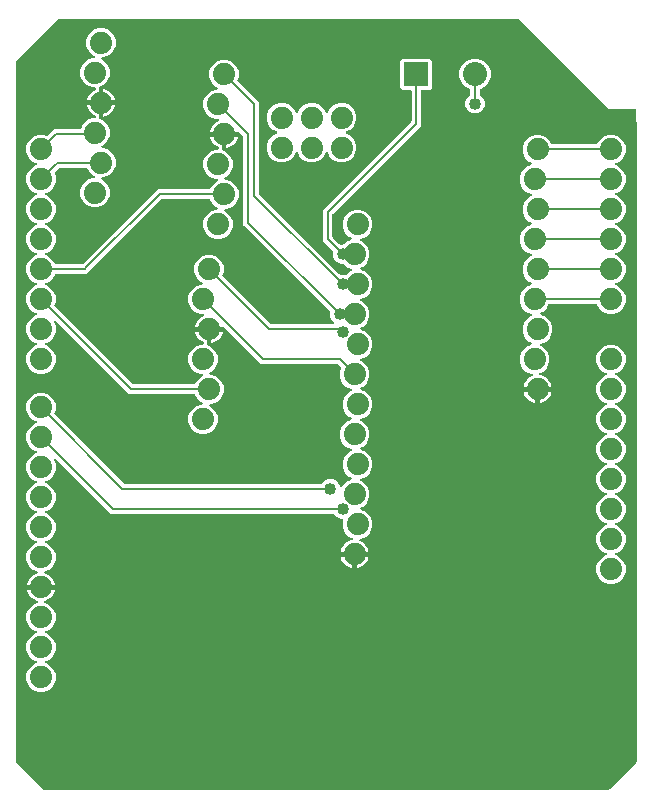
<source format=gbr>
G04 EAGLE Gerber RS-274X export*
G75*
%MOMM*%
%FSLAX34Y34*%
%LPD*%
%INTop Copper*%
%IPPOS*%
%AMOC8*
5,1,8,0,0,1.08239X$1,22.5*%
G01*
%ADD10C,1.879600*%
%ADD11R,2.032000X2.032000*%
%ADD12C,2.032000*%
%ADD13C,0.203200*%
%ADD14C,1.016000*%

G36*
X506088Y3823D02*
X506088Y3823D01*
X506175Y3826D01*
X506228Y3843D01*
X506283Y3851D01*
X506362Y3886D01*
X506446Y3913D01*
X506485Y3941D01*
X506542Y3967D01*
X506655Y4063D01*
X506719Y4108D01*
X529292Y26681D01*
X529344Y26751D01*
X529404Y26815D01*
X529430Y26864D01*
X529463Y26908D01*
X529494Y26990D01*
X529534Y27068D01*
X529542Y27115D01*
X529564Y27174D01*
X529576Y27322D01*
X529589Y27399D01*
X529589Y569142D01*
X529577Y569228D01*
X529574Y569316D01*
X529557Y569368D01*
X529549Y569423D01*
X529514Y569503D01*
X529487Y569586D01*
X529459Y569626D01*
X529433Y569683D01*
X529337Y569796D01*
X529335Y569799D01*
X529335Y579120D01*
X529327Y579178D01*
X529329Y579236D01*
X529307Y579318D01*
X529295Y579402D01*
X529272Y579455D01*
X529257Y579511D01*
X529214Y579584D01*
X529179Y579661D01*
X529141Y579706D01*
X529112Y579756D01*
X529050Y579814D01*
X528996Y579878D01*
X528947Y579910D01*
X528904Y579950D01*
X528829Y579989D01*
X528759Y580036D01*
X528703Y580053D01*
X528651Y580080D01*
X528583Y580091D01*
X528488Y580121D01*
X528388Y580124D01*
X528320Y580135D01*
X506316Y580135D01*
X430160Y656292D01*
X430090Y656344D01*
X430026Y656404D01*
X429977Y656430D01*
X429932Y656463D01*
X429851Y656494D01*
X429773Y656534D01*
X429725Y656542D01*
X429667Y656564D01*
X429519Y656576D01*
X429442Y656589D01*
X40099Y656589D01*
X40012Y656577D01*
X39925Y656574D01*
X39872Y656557D01*
X39817Y656549D01*
X39738Y656514D01*
X39654Y656487D01*
X39615Y656459D01*
X39558Y656433D01*
X39445Y656337D01*
X39381Y656292D01*
X4108Y621019D01*
X4056Y620949D01*
X3996Y620885D01*
X3970Y620836D01*
X3937Y620792D01*
X3906Y620710D01*
X3866Y620632D01*
X3858Y620585D01*
X3836Y620526D01*
X3824Y620378D01*
X3811Y620301D01*
X3811Y27399D01*
X3823Y27312D01*
X3826Y27225D01*
X3843Y27172D01*
X3851Y27117D01*
X3886Y27038D01*
X3913Y26954D01*
X3941Y26915D01*
X3967Y26858D01*
X4063Y26745D01*
X4108Y26681D01*
X26681Y4108D01*
X26751Y4056D01*
X26815Y3996D01*
X26864Y3970D01*
X26908Y3937D01*
X26990Y3906D01*
X27068Y3866D01*
X27115Y3858D01*
X27174Y3836D01*
X27322Y3824D01*
X27399Y3811D01*
X506001Y3811D01*
X506088Y3823D01*
G37*
%LPC*%
G36*
X22924Y86613D02*
X22924Y86613D01*
X18349Y88508D01*
X14848Y92009D01*
X12953Y96584D01*
X12953Y101536D01*
X14848Y106111D01*
X18349Y109612D01*
X21271Y110822D01*
X21296Y110837D01*
X21324Y110846D01*
X21419Y110909D01*
X21516Y110967D01*
X21536Y110988D01*
X21561Y111004D01*
X21634Y111091D01*
X21711Y111173D01*
X21725Y111199D01*
X21744Y111222D01*
X21790Y111325D01*
X21841Y111426D01*
X21847Y111455D01*
X21859Y111482D01*
X21875Y111594D01*
X21896Y111705D01*
X21894Y111734D01*
X21898Y111763D01*
X21882Y111875D01*
X21872Y111988D01*
X21861Y112015D01*
X21857Y112045D01*
X21811Y112148D01*
X21770Y112253D01*
X21752Y112277D01*
X21740Y112304D01*
X21667Y112390D01*
X21598Y112480D01*
X21575Y112498D01*
X21556Y112520D01*
X21489Y112562D01*
X21371Y112650D01*
X21312Y112672D01*
X21271Y112698D01*
X18349Y113908D01*
X14848Y117409D01*
X12953Y121984D01*
X12953Y126936D01*
X14848Y131511D01*
X18349Y135012D01*
X21271Y136222D01*
X21296Y136237D01*
X21324Y136246D01*
X21419Y136309D01*
X21516Y136367D01*
X21536Y136388D01*
X21561Y136404D01*
X21634Y136491D01*
X21711Y136573D01*
X21725Y136599D01*
X21744Y136622D01*
X21790Y136725D01*
X21841Y136826D01*
X21847Y136855D01*
X21859Y136882D01*
X21875Y136994D01*
X21896Y137105D01*
X21894Y137134D01*
X21898Y137163D01*
X21882Y137275D01*
X21872Y137388D01*
X21861Y137415D01*
X21857Y137445D01*
X21811Y137548D01*
X21770Y137653D01*
X21752Y137677D01*
X21740Y137704D01*
X21667Y137790D01*
X21598Y137880D01*
X21575Y137898D01*
X21556Y137920D01*
X21489Y137962D01*
X21371Y138050D01*
X21312Y138072D01*
X21271Y138098D01*
X18349Y139308D01*
X14848Y142809D01*
X12953Y147384D01*
X12953Y152336D01*
X14848Y156911D01*
X18349Y160412D01*
X22011Y161929D01*
X22071Y161964D01*
X22135Y161990D01*
X22193Y162036D01*
X22256Y162073D01*
X22304Y162123D01*
X22358Y162166D01*
X22401Y162226D01*
X22451Y162280D01*
X22483Y162341D01*
X22523Y162398D01*
X22548Y162467D01*
X22582Y162533D01*
X22595Y162600D01*
X22618Y162666D01*
X22622Y162739D01*
X22637Y162812D01*
X22631Y162880D01*
X22635Y162949D01*
X22619Y163021D01*
X22612Y163095D01*
X22587Y163159D01*
X22572Y163227D01*
X22537Y163291D01*
X22510Y163360D01*
X22469Y163415D01*
X22435Y163476D01*
X22383Y163528D01*
X22339Y163587D01*
X22283Y163628D01*
X22234Y163677D01*
X22179Y163706D01*
X22111Y163757D01*
X22003Y163798D01*
X21937Y163832D01*
X20817Y164196D01*
X19143Y165049D01*
X17622Y166154D01*
X16294Y167482D01*
X15189Y169003D01*
X14336Y170677D01*
X13755Y172464D01*
X13634Y173229D01*
X24384Y173229D01*
X24442Y173237D01*
X24500Y173235D01*
X24582Y173257D01*
X24665Y173269D01*
X24719Y173293D01*
X24775Y173307D01*
X24848Y173350D01*
X24925Y173385D01*
X24969Y173423D01*
X25020Y173453D01*
X25077Y173514D01*
X25142Y173569D01*
X25174Y173617D01*
X25214Y173660D01*
X25253Y173735D01*
X25299Y173805D01*
X25317Y173861D01*
X25344Y173913D01*
X25355Y173981D01*
X25385Y174076D01*
X25388Y174176D01*
X25399Y174244D01*
X25399Y176276D01*
X25391Y176334D01*
X25392Y176392D01*
X25371Y176474D01*
X25359Y176557D01*
X25335Y176611D01*
X25321Y176667D01*
X25278Y176740D01*
X25243Y176817D01*
X25205Y176862D01*
X25175Y176912D01*
X25114Y176970D01*
X25059Y177034D01*
X25011Y177066D01*
X24968Y177106D01*
X24893Y177145D01*
X24823Y177191D01*
X24767Y177209D01*
X24715Y177236D01*
X24647Y177247D01*
X24552Y177277D01*
X24452Y177280D01*
X24384Y177291D01*
X13634Y177291D01*
X13755Y178056D01*
X14336Y179843D01*
X15189Y181517D01*
X16294Y183038D01*
X17622Y184366D01*
X19143Y185471D01*
X20817Y186324D01*
X21937Y186688D01*
X21999Y186718D01*
X22065Y186739D01*
X22126Y186780D01*
X22192Y186813D01*
X22243Y186859D01*
X22301Y186898D01*
X22348Y186954D01*
X22403Y187003D01*
X22439Y187062D01*
X22484Y187115D01*
X22514Y187183D01*
X22552Y187245D01*
X22571Y187312D01*
X22599Y187375D01*
X22609Y187448D01*
X22629Y187519D01*
X22629Y187588D01*
X22638Y187657D01*
X22628Y187730D01*
X22627Y187803D01*
X22607Y187869D01*
X22597Y187938D01*
X22567Y188005D01*
X22546Y188076D01*
X22509Y188134D01*
X22480Y188197D01*
X22433Y188253D01*
X22393Y188315D01*
X22341Y188361D01*
X22296Y188413D01*
X22243Y188446D01*
X22179Y188503D01*
X22075Y188552D01*
X22011Y188591D01*
X18349Y190108D01*
X14848Y193609D01*
X12953Y198184D01*
X12953Y203136D01*
X14848Y207711D01*
X18349Y211212D01*
X21271Y212422D01*
X21296Y212437D01*
X21324Y212446D01*
X21419Y212509D01*
X21516Y212567D01*
X21536Y212588D01*
X21561Y212604D01*
X21634Y212691D01*
X21711Y212773D01*
X21725Y212799D01*
X21744Y212822D01*
X21790Y212925D01*
X21841Y213026D01*
X21847Y213055D01*
X21859Y213082D01*
X21875Y213194D01*
X21896Y213305D01*
X21894Y213334D01*
X21898Y213363D01*
X21882Y213475D01*
X21872Y213588D01*
X21861Y213615D01*
X21857Y213645D01*
X21811Y213748D01*
X21770Y213853D01*
X21752Y213877D01*
X21740Y213904D01*
X21667Y213990D01*
X21598Y214080D01*
X21575Y214098D01*
X21556Y214120D01*
X21489Y214162D01*
X21371Y214250D01*
X21312Y214272D01*
X21271Y214298D01*
X18349Y215508D01*
X14848Y219009D01*
X12953Y223584D01*
X12953Y228536D01*
X14848Y233111D01*
X18349Y236612D01*
X21271Y237822D01*
X21296Y237837D01*
X21324Y237846D01*
X21419Y237909D01*
X21516Y237967D01*
X21536Y237988D01*
X21561Y238004D01*
X21634Y238091D01*
X21711Y238173D01*
X21725Y238199D01*
X21744Y238222D01*
X21790Y238325D01*
X21841Y238426D01*
X21847Y238455D01*
X21859Y238482D01*
X21875Y238594D01*
X21896Y238705D01*
X21894Y238734D01*
X21898Y238763D01*
X21882Y238875D01*
X21872Y238988D01*
X21861Y239015D01*
X21857Y239045D01*
X21811Y239148D01*
X21770Y239253D01*
X21752Y239277D01*
X21740Y239304D01*
X21667Y239390D01*
X21598Y239480D01*
X21575Y239498D01*
X21556Y239520D01*
X21489Y239562D01*
X21371Y239650D01*
X21312Y239672D01*
X21271Y239698D01*
X18349Y240908D01*
X14848Y244409D01*
X12953Y248984D01*
X12953Y253936D01*
X14848Y258511D01*
X18349Y262012D01*
X21271Y263222D01*
X21296Y263237D01*
X21324Y263246D01*
X21419Y263309D01*
X21516Y263367D01*
X21536Y263388D01*
X21561Y263404D01*
X21634Y263491D01*
X21711Y263573D01*
X21725Y263599D01*
X21744Y263622D01*
X21790Y263725D01*
X21841Y263826D01*
X21847Y263855D01*
X21859Y263882D01*
X21875Y263994D01*
X21896Y264105D01*
X21894Y264134D01*
X21898Y264163D01*
X21882Y264275D01*
X21872Y264388D01*
X21861Y264415D01*
X21857Y264445D01*
X21811Y264548D01*
X21770Y264653D01*
X21752Y264677D01*
X21740Y264704D01*
X21667Y264790D01*
X21598Y264880D01*
X21575Y264898D01*
X21556Y264920D01*
X21489Y264962D01*
X21371Y265050D01*
X21312Y265072D01*
X21271Y265098D01*
X18349Y266308D01*
X14848Y269809D01*
X12953Y274384D01*
X12953Y279336D01*
X14848Y283911D01*
X18349Y287412D01*
X21271Y288622D01*
X21296Y288637D01*
X21324Y288646D01*
X21419Y288709D01*
X21516Y288767D01*
X21536Y288788D01*
X21561Y288804D01*
X21634Y288891D01*
X21711Y288973D01*
X21725Y288999D01*
X21744Y289022D01*
X21790Y289125D01*
X21841Y289226D01*
X21847Y289255D01*
X21859Y289282D01*
X21875Y289394D01*
X21896Y289505D01*
X21894Y289534D01*
X21898Y289563D01*
X21882Y289675D01*
X21872Y289788D01*
X21861Y289815D01*
X21857Y289845D01*
X21811Y289948D01*
X21770Y290053D01*
X21752Y290077D01*
X21740Y290104D01*
X21667Y290190D01*
X21598Y290280D01*
X21575Y290298D01*
X21556Y290320D01*
X21489Y290362D01*
X21371Y290450D01*
X21312Y290472D01*
X21271Y290498D01*
X18349Y291708D01*
X14848Y295209D01*
X12953Y299784D01*
X12953Y304736D01*
X14848Y309311D01*
X18349Y312812D01*
X21271Y314022D01*
X21296Y314037D01*
X21324Y314046D01*
X21419Y314109D01*
X21516Y314167D01*
X21536Y314188D01*
X21561Y314204D01*
X21634Y314291D01*
X21711Y314373D01*
X21725Y314399D01*
X21744Y314422D01*
X21790Y314525D01*
X21841Y314626D01*
X21847Y314655D01*
X21859Y314682D01*
X21875Y314794D01*
X21896Y314905D01*
X21894Y314934D01*
X21898Y314963D01*
X21882Y315075D01*
X21872Y315188D01*
X21861Y315215D01*
X21857Y315245D01*
X21811Y315348D01*
X21770Y315453D01*
X21752Y315477D01*
X21740Y315504D01*
X21667Y315590D01*
X21598Y315680D01*
X21575Y315698D01*
X21556Y315720D01*
X21489Y315762D01*
X21371Y315850D01*
X21312Y315872D01*
X21271Y315898D01*
X18349Y317108D01*
X14848Y320609D01*
X12953Y325184D01*
X12953Y330136D01*
X14848Y334711D01*
X18349Y338212D01*
X22924Y340107D01*
X27876Y340107D01*
X32451Y338212D01*
X35952Y334711D01*
X37847Y330136D01*
X37847Y325184D01*
X36870Y322825D01*
X36869Y322824D01*
X36868Y322822D01*
X36834Y322688D01*
X36799Y322550D01*
X36799Y322548D01*
X36798Y322547D01*
X36803Y322406D01*
X36807Y322266D01*
X36807Y322264D01*
X36807Y322263D01*
X36850Y322130D01*
X36893Y321995D01*
X36894Y321994D01*
X36895Y321992D01*
X36903Y321980D01*
X37052Y321759D01*
X37075Y321739D01*
X37090Y321719D01*
X95607Y263202D01*
X95676Y263149D01*
X95740Y263089D01*
X95790Y263064D01*
X95834Y263031D01*
X95916Y263000D01*
X95993Y262960D01*
X96041Y262952D01*
X96099Y262930D01*
X96247Y262917D01*
X96325Y262904D01*
X262477Y262904D01*
X262478Y262905D01*
X262480Y262904D01*
X262618Y262924D01*
X262758Y262944D01*
X262760Y262945D01*
X262761Y262945D01*
X262888Y263003D01*
X263017Y263061D01*
X263019Y263062D01*
X263020Y263062D01*
X263128Y263154D01*
X263234Y263244D01*
X263235Y263245D01*
X263237Y263247D01*
X263245Y263260D01*
X263346Y263412D01*
X265665Y265731D01*
X268653Y266968D01*
X271887Y266968D01*
X274874Y265731D01*
X277161Y263444D01*
X278277Y260749D01*
X278292Y260724D01*
X278301Y260696D01*
X278364Y260602D01*
X278422Y260504D01*
X278443Y260484D01*
X278460Y260460D01*
X278546Y260387D01*
X278629Y260309D01*
X278655Y260295D01*
X278677Y260277D01*
X278780Y260231D01*
X278881Y260179D01*
X278910Y260173D01*
X278937Y260161D01*
X279049Y260146D01*
X279160Y260124D01*
X279189Y260126D01*
X279218Y260122D01*
X279331Y260138D01*
X279443Y260148D01*
X279471Y260159D01*
X279500Y260163D01*
X279603Y260210D01*
X279709Y260250D01*
X279732Y260268D01*
X279759Y260280D01*
X279845Y260354D01*
X279935Y260422D01*
X279953Y260445D01*
X279975Y260464D01*
X280017Y260531D01*
X280106Y260649D01*
X280128Y260708D01*
X280153Y260749D01*
X280278Y261051D01*
X283779Y264552D01*
X287971Y266288D01*
X287996Y266303D01*
X288024Y266312D01*
X288119Y266375D01*
X288216Y266433D01*
X288236Y266454D01*
X288261Y266470D01*
X288334Y266557D01*
X288411Y266639D01*
X288425Y266665D01*
X288444Y266688D01*
X288490Y266791D01*
X288541Y266892D01*
X288547Y266921D01*
X288559Y266948D01*
X288575Y267060D01*
X288596Y267171D01*
X288594Y267200D01*
X288598Y267229D01*
X288582Y267341D01*
X288572Y267454D01*
X288561Y267482D01*
X288557Y267511D01*
X288511Y267614D01*
X288470Y267719D01*
X288452Y267743D01*
X288440Y267770D01*
X288367Y267856D01*
X288298Y267946D01*
X288275Y267964D01*
X288256Y267986D01*
X288189Y268028D01*
X288071Y268116D01*
X288012Y268138D01*
X287971Y268164D01*
X286319Y268848D01*
X282818Y272349D01*
X280923Y276924D01*
X280923Y281876D01*
X282818Y286451D01*
X286319Y289952D01*
X287971Y290636D01*
X287996Y290651D01*
X288024Y290660D01*
X288119Y290723D01*
X288216Y290780D01*
X288236Y290802D01*
X288261Y290818D01*
X288334Y290905D01*
X288411Y290987D01*
X288425Y291013D01*
X288444Y291036D01*
X288490Y291139D01*
X288541Y291240D01*
X288547Y291269D01*
X288559Y291295D01*
X288575Y291408D01*
X288596Y291519D01*
X288594Y291548D01*
X288598Y291577D01*
X288582Y291689D01*
X288572Y291802D01*
X288561Y291829D01*
X288557Y291858D01*
X288511Y291961D01*
X288470Y292067D01*
X288452Y292091D01*
X288440Y292118D01*
X288367Y292204D01*
X288298Y292294D01*
X288275Y292312D01*
X288256Y292334D01*
X288189Y292376D01*
X288071Y292464D01*
X288012Y292486D01*
X287971Y292512D01*
X283779Y294248D01*
X280278Y297749D01*
X278383Y302324D01*
X278383Y307276D01*
X280278Y311851D01*
X283779Y315352D01*
X287971Y317088D01*
X287996Y317103D01*
X288024Y317112D01*
X288119Y317175D01*
X288216Y317233D01*
X288236Y317254D01*
X288261Y317270D01*
X288333Y317357D01*
X288411Y317439D01*
X288425Y317465D01*
X288444Y317488D01*
X288490Y317591D01*
X288541Y317692D01*
X288547Y317721D01*
X288559Y317748D01*
X288575Y317860D01*
X288596Y317971D01*
X288594Y318000D01*
X288598Y318029D01*
X288582Y318141D01*
X288572Y318254D01*
X288561Y318282D01*
X288557Y318311D01*
X288511Y318414D01*
X288470Y318519D01*
X288452Y318543D01*
X288440Y318570D01*
X288367Y318656D01*
X288298Y318746D01*
X288275Y318764D01*
X288256Y318786D01*
X288189Y318828D01*
X288071Y318916D01*
X288012Y318938D01*
X287971Y318964D01*
X286319Y319648D01*
X282818Y323149D01*
X280923Y327724D01*
X280923Y332676D01*
X282818Y337251D01*
X286319Y340752D01*
X287971Y341436D01*
X287996Y341451D01*
X288024Y341460D01*
X288119Y341523D01*
X288216Y341580D01*
X288236Y341602D01*
X288261Y341618D01*
X288334Y341705D01*
X288411Y341787D01*
X288425Y341813D01*
X288444Y341836D01*
X288490Y341939D01*
X288541Y342040D01*
X288547Y342069D01*
X288559Y342095D01*
X288575Y342208D01*
X288596Y342319D01*
X288594Y342348D01*
X288598Y342377D01*
X288582Y342489D01*
X288572Y342602D01*
X288561Y342629D01*
X288557Y342658D01*
X288511Y342761D01*
X288470Y342867D01*
X288452Y342891D01*
X288440Y342918D01*
X288367Y343004D01*
X288298Y343094D01*
X288275Y343112D01*
X288256Y343134D01*
X288189Y343176D01*
X288071Y343264D01*
X288012Y343286D01*
X287971Y343312D01*
X283779Y345048D01*
X280278Y348549D01*
X278383Y353124D01*
X278383Y358076D01*
X279360Y360435D01*
X279361Y360436D01*
X279362Y360438D01*
X279396Y360572D01*
X279431Y360710D01*
X279431Y360712D01*
X279432Y360713D01*
X279427Y360854D01*
X279423Y360994D01*
X279423Y360996D01*
X279423Y360997D01*
X279379Y361132D01*
X279337Y361265D01*
X279336Y361266D01*
X279335Y361268D01*
X279327Y361280D01*
X279178Y361501D01*
X279155Y361521D01*
X279140Y361541D01*
X276744Y363938D01*
X276674Y363990D01*
X276610Y364050D01*
X276561Y364076D01*
X276516Y364109D01*
X276435Y364140D01*
X276357Y364180D01*
X276309Y364188D01*
X276251Y364210D01*
X276103Y364222D01*
X276026Y364235D01*
X211676Y364235D01*
X180478Y395434D01*
X180408Y395486D01*
X180344Y395546D01*
X180295Y395572D01*
X180251Y395605D01*
X180169Y395636D01*
X180091Y395676D01*
X180043Y395684D01*
X179985Y395706D01*
X179837Y395718D01*
X179760Y395731D01*
X168656Y395731D01*
X168598Y395723D01*
X168540Y395725D01*
X168458Y395703D01*
X168375Y395691D01*
X168321Y395667D01*
X168265Y395653D01*
X168192Y395610D01*
X168115Y395575D01*
X168071Y395537D01*
X168020Y395507D01*
X167963Y395446D01*
X167898Y395391D01*
X167866Y395343D01*
X167826Y395300D01*
X167787Y395225D01*
X167741Y395155D01*
X167723Y395099D01*
X167696Y395047D01*
X167685Y394979D01*
X167655Y394884D01*
X167652Y394784D01*
X167641Y394716D01*
X167641Y393699D01*
X167639Y393699D01*
X167639Y394716D01*
X167632Y394769D01*
X167632Y394798D01*
X167632Y394801D01*
X167632Y394832D01*
X167611Y394914D01*
X167599Y394997D01*
X167575Y395051D01*
X167561Y395107D01*
X167518Y395180D01*
X167483Y395257D01*
X167445Y395302D01*
X167415Y395352D01*
X167354Y395410D01*
X167299Y395474D01*
X167251Y395506D01*
X167208Y395546D01*
X167133Y395585D01*
X167063Y395631D01*
X167007Y395649D01*
X166955Y395676D01*
X166887Y395687D01*
X166792Y395717D01*
X166692Y395720D01*
X166624Y395731D01*
X155874Y395731D01*
X155995Y396496D01*
X156576Y398283D01*
X157429Y399957D01*
X158534Y401478D01*
X159862Y402806D01*
X161383Y403911D01*
X162997Y404733D01*
X163035Y404760D01*
X163077Y404779D01*
X163151Y404841D01*
X163230Y404897D01*
X163259Y404933D01*
X163294Y404963D01*
X163348Y405043D01*
X163408Y405118D01*
X163426Y405161D01*
X163452Y405199D01*
X163481Y405291D01*
X163518Y405380D01*
X163523Y405426D01*
X163537Y405470D01*
X163540Y405567D01*
X163551Y405663D01*
X163544Y405708D01*
X163545Y405754D01*
X163520Y405848D01*
X163504Y405943D01*
X163485Y405985D01*
X163473Y406029D01*
X163424Y406112D01*
X163382Y406200D01*
X163351Y406234D01*
X163328Y406274D01*
X163257Y406340D01*
X163193Y406412D01*
X163154Y406437D01*
X163120Y406468D01*
X163034Y406512D01*
X162953Y406564D01*
X162908Y406577D01*
X162867Y406598D01*
X162793Y406610D01*
X162680Y406643D01*
X162596Y406643D01*
X162536Y406653D01*
X160084Y406653D01*
X155509Y408548D01*
X152008Y412049D01*
X150113Y416624D01*
X150113Y421576D01*
X152008Y426151D01*
X155509Y429652D01*
X160084Y431547D01*
X161283Y431547D01*
X161368Y431559D01*
X161454Y431561D01*
X161508Y431579D01*
X161565Y431587D01*
X161643Y431622D01*
X161725Y431648D01*
X161772Y431680D01*
X161824Y431703D01*
X161890Y431758D01*
X161961Y431806D01*
X161998Y431850D01*
X162041Y431886D01*
X162089Y431958D01*
X162144Y432024D01*
X162167Y432076D01*
X162199Y432123D01*
X162225Y432205D01*
X162259Y432284D01*
X162267Y432340D01*
X162284Y432394D01*
X162287Y432480D01*
X162298Y432565D01*
X162290Y432621D01*
X162292Y432678D01*
X162270Y432761D01*
X162258Y432847D01*
X162234Y432898D01*
X162220Y432953D01*
X162176Y433027D01*
X162141Y433106D01*
X162104Y433149D01*
X162075Y433198D01*
X162012Y433257D01*
X161956Y433322D01*
X161914Y433348D01*
X161867Y433392D01*
X161738Y433458D01*
X161672Y433500D01*
X160589Y433948D01*
X157088Y437449D01*
X155193Y442024D01*
X155193Y446976D01*
X157088Y451551D01*
X160589Y455052D01*
X165164Y456947D01*
X170116Y456947D01*
X174691Y455052D01*
X178192Y451551D01*
X180087Y446976D01*
X180087Y442024D01*
X179110Y439665D01*
X179109Y439664D01*
X179108Y439662D01*
X179072Y439521D01*
X179039Y439390D01*
X179039Y439388D01*
X179038Y439387D01*
X179043Y439246D01*
X179047Y439106D01*
X179047Y439104D01*
X179047Y439103D01*
X179090Y438970D01*
X179133Y438835D01*
X179134Y438834D01*
X179135Y438832D01*
X179143Y438820D01*
X179292Y438599D01*
X179315Y438579D01*
X179330Y438559D01*
X219826Y398062D01*
X219896Y398010D01*
X219960Y397950D01*
X220009Y397924D01*
X220054Y397891D01*
X220135Y397860D01*
X220213Y397820D01*
X220261Y397812D01*
X220319Y397790D01*
X220467Y397778D01*
X220544Y397765D01*
X272818Y397765D01*
X272848Y397769D01*
X272877Y397766D01*
X272988Y397789D01*
X273100Y397805D01*
X273127Y397817D01*
X273155Y397822D01*
X273256Y397875D01*
X273359Y397921D01*
X273382Y397940D01*
X273408Y397953D01*
X273490Y398031D01*
X273576Y398104D01*
X273593Y398129D01*
X273614Y398149D01*
X273671Y398247D01*
X273734Y398341D01*
X273743Y398369D01*
X273758Y398394D01*
X273786Y398504D01*
X273820Y398612D01*
X273821Y398642D01*
X273828Y398670D01*
X273824Y398783D01*
X273827Y398896D01*
X273820Y398925D01*
X273819Y398954D01*
X273784Y399062D01*
X273755Y399171D01*
X273740Y399197D01*
X273731Y399225D01*
X273686Y399288D01*
X273610Y399416D01*
X273564Y399459D01*
X273536Y399498D01*
X271239Y401795D01*
X270001Y404783D01*
X270001Y408070D01*
X270036Y408205D01*
X270036Y408207D01*
X270037Y408208D01*
X270032Y408349D01*
X270028Y408489D01*
X270028Y408491D01*
X270028Y408493D01*
X269985Y408625D01*
X269941Y408760D01*
X269941Y408762D01*
X269940Y408763D01*
X269931Y408775D01*
X269783Y408996D01*
X269760Y409016D01*
X269745Y409036D01*
X196595Y482186D01*
X196595Y556696D01*
X196583Y556782D01*
X196580Y556870D01*
X196563Y556922D01*
X196555Y556977D01*
X196520Y557057D01*
X196493Y557140D01*
X196465Y557180D01*
X196439Y557237D01*
X196343Y557350D01*
X196298Y557414D01*
X193178Y560534D01*
X193108Y560586D01*
X193044Y560646D01*
X192995Y560672D01*
X192951Y560705D01*
X192869Y560736D01*
X192791Y560776D01*
X192743Y560784D01*
X192685Y560806D01*
X192537Y560818D01*
X192460Y560831D01*
X181356Y560831D01*
X181298Y560823D01*
X181240Y560825D01*
X181158Y560803D01*
X181075Y560791D01*
X181021Y560767D01*
X180965Y560753D01*
X180892Y560710D01*
X180815Y560675D01*
X180771Y560637D01*
X180720Y560607D01*
X180663Y560546D01*
X180598Y560491D01*
X180566Y560443D01*
X180526Y560400D01*
X180487Y560325D01*
X180441Y560255D01*
X180423Y560199D01*
X180396Y560147D01*
X180385Y560079D01*
X180355Y559984D01*
X180352Y559884D01*
X180341Y559816D01*
X180341Y558799D01*
X180339Y558799D01*
X180339Y559816D01*
X180331Y559874D01*
X180332Y559932D01*
X180311Y560014D01*
X180299Y560097D01*
X180275Y560151D01*
X180261Y560207D01*
X180218Y560280D01*
X180183Y560357D01*
X180145Y560402D01*
X180115Y560452D01*
X180054Y560510D01*
X179999Y560574D01*
X179951Y560606D01*
X179908Y560646D01*
X179833Y560685D01*
X179763Y560731D01*
X179707Y560749D01*
X179655Y560776D01*
X179587Y560787D01*
X179492Y560817D01*
X179392Y560820D01*
X179324Y560831D01*
X168574Y560831D01*
X168695Y561596D01*
X169276Y563383D01*
X170129Y565057D01*
X171234Y566578D01*
X172562Y567906D01*
X174083Y569011D01*
X175697Y569833D01*
X175735Y569860D01*
X175777Y569879D01*
X175851Y569941D01*
X175930Y569997D01*
X175959Y570033D01*
X175994Y570063D01*
X176047Y570143D01*
X176108Y570218D01*
X176126Y570261D01*
X176152Y570299D01*
X176181Y570391D01*
X176218Y570480D01*
X176223Y570526D01*
X176237Y570570D01*
X176240Y570667D01*
X176251Y570763D01*
X176243Y570808D01*
X176245Y570854D01*
X176220Y570948D01*
X176204Y571043D01*
X176185Y571085D01*
X176173Y571129D01*
X176124Y571212D01*
X176082Y571300D01*
X176051Y571334D01*
X176028Y571374D01*
X175957Y571440D01*
X175893Y571512D01*
X175854Y571537D01*
X175820Y571568D01*
X175734Y571612D01*
X175653Y571664D01*
X175608Y571677D01*
X175567Y571698D01*
X175493Y571710D01*
X175380Y571743D01*
X175296Y571743D01*
X175236Y571753D01*
X172784Y571753D01*
X168209Y573648D01*
X164708Y577149D01*
X162813Y581724D01*
X162813Y586676D01*
X164708Y591251D01*
X168209Y594752D01*
X172784Y596647D01*
X173983Y596647D01*
X174068Y596659D01*
X174154Y596661D01*
X174208Y596679D01*
X174265Y596687D01*
X174343Y596722D01*
X174425Y596748D01*
X174472Y596780D01*
X174524Y596803D01*
X174590Y596858D01*
X174661Y596906D01*
X174698Y596950D01*
X174741Y596986D01*
X174789Y597058D01*
X174844Y597124D01*
X174867Y597176D01*
X174899Y597223D01*
X174925Y597305D01*
X174959Y597384D01*
X174967Y597440D01*
X174984Y597494D01*
X174987Y597580D01*
X174998Y597665D01*
X174990Y597721D01*
X174992Y597778D01*
X174970Y597861D01*
X174958Y597947D01*
X174934Y597998D01*
X174920Y598053D01*
X174876Y598127D01*
X174841Y598206D01*
X174804Y598249D01*
X174775Y598298D01*
X174712Y598357D01*
X174656Y598422D01*
X174614Y598448D01*
X174567Y598492D01*
X174438Y598558D01*
X174372Y598600D01*
X173289Y599048D01*
X169788Y602549D01*
X167893Y607124D01*
X167893Y612076D01*
X169788Y616651D01*
X173289Y620152D01*
X177864Y622047D01*
X182816Y622047D01*
X187391Y620152D01*
X190892Y616651D01*
X192787Y612076D01*
X192787Y607124D01*
X191810Y604765D01*
X191809Y604764D01*
X191808Y604762D01*
X191774Y604628D01*
X191739Y604490D01*
X191739Y604488D01*
X191738Y604487D01*
X191743Y604346D01*
X191747Y604206D01*
X191747Y604204D01*
X191747Y604203D01*
X191790Y604070D01*
X191833Y603935D01*
X191834Y603934D01*
X191835Y603932D01*
X191843Y603920D01*
X191992Y603699D01*
X192015Y603679D01*
X192030Y603659D01*
X209805Y585884D01*
X209805Y508834D01*
X209817Y508748D01*
X209820Y508660D01*
X209837Y508608D01*
X209845Y508553D01*
X209880Y508473D01*
X209907Y508390D01*
X209935Y508350D01*
X209961Y508293D01*
X210057Y508180D01*
X210102Y508116D01*
X278034Y440185D01*
X278035Y440184D01*
X278036Y440182D01*
X278155Y440093D01*
X278261Y440014D01*
X278262Y440013D01*
X278264Y440012D01*
X278395Y439963D01*
X278526Y439913D01*
X278528Y439913D01*
X278530Y439912D01*
X278672Y439901D01*
X278810Y439889D01*
X278811Y439889D01*
X278813Y439889D01*
X278829Y439893D01*
X279007Y439929D01*
X282287Y439929D01*
X282798Y439717D01*
X282800Y439717D01*
X282801Y439716D01*
X282934Y439682D01*
X283074Y439646D01*
X283075Y439646D01*
X283077Y439646D01*
X283217Y439650D01*
X283358Y439654D01*
X283359Y439655D01*
X283361Y439655D01*
X283495Y439698D01*
X283628Y439741D01*
X283630Y439742D01*
X283631Y439742D01*
X283644Y439751D01*
X283865Y439899D01*
X283884Y439923D01*
X283905Y439937D01*
X286319Y442352D01*
X287971Y443036D01*
X287996Y443051D01*
X288024Y443060D01*
X288119Y443123D01*
X288216Y443180D01*
X288236Y443202D01*
X288261Y443218D01*
X288334Y443305D01*
X288411Y443387D01*
X288425Y443413D01*
X288444Y443436D01*
X288490Y443539D01*
X288541Y443640D01*
X288547Y443669D01*
X288559Y443695D01*
X288575Y443808D01*
X288596Y443919D01*
X288594Y443948D01*
X288598Y443977D01*
X288582Y444089D01*
X288572Y444202D01*
X288561Y444229D01*
X288557Y444258D01*
X288511Y444361D01*
X288470Y444467D01*
X288452Y444491D01*
X288440Y444518D01*
X288367Y444604D01*
X288298Y444694D01*
X288275Y444712D01*
X288256Y444734D01*
X288189Y444776D01*
X288071Y444864D01*
X288012Y444886D01*
X287971Y444912D01*
X283779Y446648D01*
X281654Y448774D01*
X281584Y448826D01*
X281520Y448886D01*
X281471Y448912D01*
X281427Y448945D01*
X281345Y448976D01*
X281267Y449016D01*
X281219Y449024D01*
X281161Y449046D01*
X281013Y449058D01*
X280936Y449071D01*
X279053Y449071D01*
X276065Y450309D01*
X273779Y452595D01*
X272541Y455583D01*
X272541Y458870D01*
X272576Y459005D01*
X272576Y459007D01*
X272577Y459008D01*
X272572Y459147D01*
X272568Y459289D01*
X272568Y459291D01*
X272568Y459293D01*
X272525Y459424D01*
X272482Y459560D01*
X272481Y459561D01*
X272480Y459563D01*
X272471Y459576D01*
X272323Y459796D01*
X272300Y459816D01*
X272285Y459836D01*
X263905Y468216D01*
X263905Y494252D01*
X338784Y569131D01*
X338836Y569201D01*
X338896Y569265D01*
X338922Y569314D01*
X338955Y569358D01*
X338986Y569440D01*
X339026Y569518D01*
X339034Y569565D01*
X339056Y569624D01*
X339068Y569772D01*
X339081Y569849D01*
X339081Y595376D01*
X339073Y595434D01*
X339075Y595492D01*
X339053Y595574D01*
X339042Y595658D01*
X339018Y595711D01*
X339003Y595767D01*
X338960Y595840D01*
X338925Y595917D01*
X338888Y595962D01*
X338858Y596012D01*
X338796Y596070D01*
X338742Y596134D01*
X338693Y596166D01*
X338650Y596206D01*
X338575Y596245D01*
X338505Y596292D01*
X338449Y596309D01*
X338397Y596336D01*
X338329Y596347D01*
X338234Y596377D01*
X338134Y596380D01*
X338066Y596391D01*
X331477Y596391D01*
X329691Y598177D01*
X329691Y621023D01*
X331477Y622809D01*
X354323Y622809D01*
X356109Y621023D01*
X356109Y598177D01*
X354323Y596391D01*
X348226Y596391D01*
X348168Y596383D01*
X348110Y596385D01*
X348028Y596363D01*
X347945Y596351D01*
X347891Y596328D01*
X347835Y596313D01*
X347762Y596270D01*
X347685Y596235D01*
X347641Y596197D01*
X347590Y596168D01*
X347533Y596106D01*
X347468Y596052D01*
X347436Y596003D01*
X347396Y595960D01*
X347357Y595885D01*
X347311Y595815D01*
X347293Y595759D01*
X347266Y595707D01*
X347255Y595639D01*
X347225Y595544D01*
X347222Y595444D01*
X347211Y595376D01*
X347211Y566061D01*
X272332Y491182D01*
X272280Y491113D01*
X272220Y491049D01*
X272194Y490999D01*
X272161Y490955D01*
X272130Y490873D01*
X272090Y490795D01*
X272082Y490748D01*
X272060Y490689D01*
X272048Y490542D01*
X272035Y490464D01*
X272035Y472004D01*
X272047Y471918D01*
X272050Y471830D01*
X272067Y471778D01*
X272075Y471723D01*
X272110Y471643D01*
X272137Y471560D01*
X272165Y471520D01*
X272191Y471463D01*
X272287Y471350D01*
X272332Y471286D01*
X278034Y465585D01*
X278035Y465584D01*
X278036Y465582D01*
X278148Y465499D01*
X278261Y465414D01*
X278262Y465413D01*
X278264Y465412D01*
X278394Y465363D01*
X278526Y465313D01*
X278528Y465313D01*
X278530Y465312D01*
X278672Y465301D01*
X278810Y465289D01*
X278811Y465289D01*
X278813Y465289D01*
X278829Y465293D01*
X279007Y465329D01*
X280936Y465329D01*
X281022Y465341D01*
X281110Y465344D01*
X281163Y465361D01*
X281217Y465369D01*
X281297Y465404D01*
X281380Y465431D01*
X281420Y465459D01*
X281477Y465485D01*
X281590Y465581D01*
X281654Y465626D01*
X283779Y467752D01*
X287971Y469488D01*
X287996Y469503D01*
X288024Y469512D01*
X288119Y469575D01*
X288216Y469633D01*
X288236Y469654D01*
X288261Y469670D01*
X288333Y469757D01*
X288411Y469839D01*
X288425Y469865D01*
X288444Y469888D01*
X288490Y469991D01*
X288541Y470092D01*
X288547Y470121D01*
X288559Y470148D01*
X288575Y470260D01*
X288596Y470371D01*
X288594Y470400D01*
X288598Y470429D01*
X288582Y470541D01*
X288572Y470654D01*
X288561Y470682D01*
X288557Y470711D01*
X288511Y470814D01*
X288470Y470919D01*
X288452Y470943D01*
X288440Y470970D01*
X288367Y471056D01*
X288298Y471146D01*
X288275Y471164D01*
X288256Y471186D01*
X288189Y471228D01*
X288071Y471316D01*
X288012Y471338D01*
X287971Y471364D01*
X286319Y472048D01*
X282818Y475549D01*
X280923Y480124D01*
X280923Y485076D01*
X282818Y489651D01*
X286319Y493152D01*
X290894Y495047D01*
X295846Y495047D01*
X300421Y493152D01*
X303922Y489651D01*
X305817Y485076D01*
X305817Y480124D01*
X303922Y475549D01*
X300421Y472048D01*
X296229Y470312D01*
X296204Y470297D01*
X296176Y470288D01*
X296081Y470225D01*
X295984Y470167D01*
X295964Y470146D01*
X295939Y470130D01*
X295867Y470043D01*
X295789Y469961D01*
X295775Y469935D01*
X295756Y469912D01*
X295710Y469809D01*
X295659Y469708D01*
X295653Y469679D01*
X295641Y469652D01*
X295625Y469540D01*
X295604Y469429D01*
X295606Y469400D01*
X295602Y469371D01*
X295618Y469259D01*
X295628Y469146D01*
X295639Y469118D01*
X295643Y469089D01*
X295689Y468986D01*
X295730Y468881D01*
X295748Y468857D01*
X295760Y468830D01*
X295833Y468744D01*
X295902Y468654D01*
X295925Y468636D01*
X295944Y468614D01*
X296011Y468572D01*
X296129Y468484D01*
X296188Y468462D01*
X296229Y468436D01*
X297881Y467752D01*
X301382Y464251D01*
X303277Y459676D01*
X303277Y454724D01*
X301382Y450149D01*
X297881Y446648D01*
X296229Y445964D01*
X296204Y445949D01*
X296176Y445940D01*
X296081Y445877D01*
X295984Y445820D01*
X295964Y445798D01*
X295939Y445782D01*
X295866Y445695D01*
X295789Y445613D01*
X295775Y445587D01*
X295756Y445564D01*
X295710Y445461D01*
X295659Y445360D01*
X295653Y445331D01*
X295641Y445305D01*
X295625Y445192D01*
X295604Y445081D01*
X295606Y445052D01*
X295602Y445023D01*
X295618Y444911D01*
X295628Y444798D01*
X295639Y444771D01*
X295643Y444742D01*
X295689Y444639D01*
X295730Y444533D01*
X295748Y444509D01*
X295760Y444482D01*
X295833Y444396D01*
X295902Y444306D01*
X295925Y444288D01*
X295944Y444266D01*
X296011Y444224D01*
X296129Y444136D01*
X296188Y444114D01*
X296229Y444088D01*
X300421Y442352D01*
X303922Y438851D01*
X305817Y434276D01*
X305817Y429324D01*
X303922Y424749D01*
X300421Y421248D01*
X296229Y419512D01*
X296204Y419497D01*
X296176Y419488D01*
X296081Y419425D01*
X295984Y419367D01*
X295964Y419346D01*
X295939Y419330D01*
X295867Y419243D01*
X295789Y419161D01*
X295775Y419135D01*
X295756Y419112D01*
X295710Y419009D01*
X295659Y418908D01*
X295653Y418879D01*
X295641Y418852D01*
X295625Y418740D01*
X295604Y418629D01*
X295606Y418600D01*
X295602Y418571D01*
X295618Y418459D01*
X295628Y418346D01*
X295639Y418318D01*
X295643Y418289D01*
X295689Y418186D01*
X295730Y418081D01*
X295748Y418057D01*
X295760Y418030D01*
X295833Y417944D01*
X295902Y417854D01*
X295925Y417836D01*
X295944Y417814D01*
X296011Y417772D01*
X296129Y417684D01*
X296188Y417662D01*
X296229Y417636D01*
X297881Y416952D01*
X301382Y413451D01*
X303277Y408876D01*
X303277Y403924D01*
X301382Y399349D01*
X297881Y395848D01*
X296229Y395164D01*
X296204Y395149D01*
X296176Y395140D01*
X296081Y395077D01*
X295984Y395020D01*
X295964Y394998D01*
X295939Y394982D01*
X295866Y394895D01*
X295789Y394813D01*
X295775Y394787D01*
X295756Y394764D01*
X295710Y394661D01*
X295659Y394560D01*
X295653Y394531D01*
X295641Y394505D01*
X295625Y394392D01*
X295604Y394281D01*
X295606Y394252D01*
X295602Y394223D01*
X295618Y394111D01*
X295628Y393998D01*
X295639Y393971D01*
X295643Y393942D01*
X295689Y393838D01*
X295730Y393733D01*
X295748Y393709D01*
X295760Y393682D01*
X295833Y393596D01*
X295902Y393506D01*
X295925Y393488D01*
X295944Y393466D01*
X296011Y393424D01*
X296129Y393336D01*
X296188Y393314D01*
X296229Y393288D01*
X300421Y391552D01*
X303922Y388051D01*
X305817Y383476D01*
X305817Y378524D01*
X303922Y373949D01*
X300421Y370448D01*
X296229Y368712D01*
X296204Y368697D01*
X296176Y368688D01*
X296081Y368625D01*
X295984Y368567D01*
X295964Y368546D01*
X295939Y368530D01*
X295867Y368443D01*
X295789Y368361D01*
X295775Y368335D01*
X295756Y368312D01*
X295710Y368209D01*
X295659Y368108D01*
X295653Y368079D01*
X295641Y368052D01*
X295625Y367940D01*
X295604Y367829D01*
X295606Y367800D01*
X295602Y367771D01*
X295618Y367659D01*
X295628Y367546D01*
X295639Y367518D01*
X295643Y367489D01*
X295689Y367386D01*
X295730Y367281D01*
X295748Y367257D01*
X295760Y367230D01*
X295833Y367144D01*
X295902Y367054D01*
X295925Y367036D01*
X295944Y367014D01*
X296011Y366972D01*
X296129Y366884D01*
X296188Y366862D01*
X296229Y366836D01*
X297881Y366152D01*
X301382Y362651D01*
X303277Y358076D01*
X303277Y353124D01*
X301382Y348549D01*
X297881Y345048D01*
X296229Y344364D01*
X296204Y344349D01*
X296176Y344340D01*
X296081Y344277D01*
X295984Y344220D01*
X295964Y344198D01*
X295939Y344182D01*
X295866Y344095D01*
X295789Y344013D01*
X295775Y343987D01*
X295756Y343964D01*
X295710Y343861D01*
X295659Y343760D01*
X295653Y343731D01*
X295641Y343705D01*
X295625Y343592D01*
X295604Y343481D01*
X295606Y343452D01*
X295602Y343423D01*
X295618Y343311D01*
X295628Y343198D01*
X295639Y343171D01*
X295643Y343142D01*
X295689Y343038D01*
X295730Y342933D01*
X295748Y342909D01*
X295760Y342882D01*
X295833Y342796D01*
X295902Y342706D01*
X295925Y342688D01*
X295944Y342666D01*
X296011Y342624D01*
X296129Y342536D01*
X296188Y342514D01*
X296229Y342488D01*
X300421Y340752D01*
X303922Y337251D01*
X305817Y332676D01*
X305817Y327724D01*
X303922Y323149D01*
X300421Y319648D01*
X296229Y317912D01*
X296204Y317897D01*
X296176Y317888D01*
X296081Y317825D01*
X295984Y317767D01*
X295964Y317746D01*
X295939Y317730D01*
X295867Y317643D01*
X295789Y317561D01*
X295775Y317535D01*
X295756Y317512D01*
X295710Y317409D01*
X295659Y317308D01*
X295653Y317279D01*
X295641Y317252D01*
X295625Y317140D01*
X295604Y317029D01*
X295606Y317000D01*
X295602Y316971D01*
X295618Y316859D01*
X295628Y316746D01*
X295639Y316718D01*
X295643Y316689D01*
X295689Y316586D01*
X295730Y316481D01*
X295748Y316457D01*
X295760Y316430D01*
X295833Y316344D01*
X295902Y316254D01*
X295925Y316236D01*
X295944Y316214D01*
X296011Y316172D01*
X296129Y316084D01*
X296188Y316062D01*
X296229Y316036D01*
X297881Y315352D01*
X301382Y311851D01*
X303277Y307276D01*
X303277Y302324D01*
X301382Y297749D01*
X297881Y294248D01*
X296229Y293564D01*
X296204Y293549D01*
X296176Y293540D01*
X296081Y293477D01*
X295984Y293420D01*
X295964Y293398D01*
X295939Y293382D01*
X295866Y293295D01*
X295789Y293213D01*
X295775Y293187D01*
X295756Y293164D01*
X295710Y293061D01*
X295659Y292960D01*
X295653Y292931D01*
X295641Y292905D01*
X295625Y292792D01*
X295604Y292681D01*
X295606Y292652D01*
X295602Y292623D01*
X295618Y292511D01*
X295628Y292398D01*
X295639Y292371D01*
X295643Y292342D01*
X295689Y292239D01*
X295730Y292133D01*
X295748Y292109D01*
X295760Y292082D01*
X295833Y291996D01*
X295902Y291906D01*
X295925Y291888D01*
X295944Y291866D01*
X296011Y291824D01*
X296129Y291736D01*
X296188Y291714D01*
X296229Y291688D01*
X300421Y289952D01*
X303922Y286451D01*
X305817Y281876D01*
X305817Y276924D01*
X303922Y272349D01*
X300421Y268848D01*
X296229Y267112D01*
X296204Y267097D01*
X296176Y267088D01*
X296081Y267025D01*
X295984Y266967D01*
X295964Y266946D01*
X295939Y266930D01*
X295866Y266843D01*
X295789Y266761D01*
X295775Y266735D01*
X295756Y266712D01*
X295710Y266609D01*
X295659Y266508D01*
X295653Y266479D01*
X295641Y266452D01*
X295625Y266340D01*
X295604Y266229D01*
X295606Y266200D01*
X295602Y266171D01*
X295618Y266059D01*
X295628Y265946D01*
X295639Y265918D01*
X295643Y265889D01*
X295689Y265786D01*
X295730Y265681D01*
X295748Y265657D01*
X295760Y265630D01*
X295833Y265544D01*
X295902Y265454D01*
X295925Y265436D01*
X295944Y265414D01*
X296011Y265372D01*
X296129Y265284D01*
X296188Y265262D01*
X296229Y265236D01*
X297881Y264552D01*
X301382Y261051D01*
X303277Y256476D01*
X303277Y251524D01*
X301382Y246949D01*
X297881Y243448D01*
X296229Y242764D01*
X296204Y242749D01*
X296176Y242740D01*
X296081Y242677D01*
X295984Y242620D01*
X295964Y242598D01*
X295939Y242582D01*
X295866Y242495D01*
X295789Y242413D01*
X295775Y242387D01*
X295756Y242364D01*
X295710Y242261D01*
X295659Y242160D01*
X295653Y242131D01*
X295641Y242105D01*
X295625Y241992D01*
X295604Y241881D01*
X295606Y241852D01*
X295602Y241823D01*
X295618Y241711D01*
X295628Y241598D01*
X295639Y241571D01*
X295643Y241542D01*
X295689Y241439D01*
X295730Y241333D01*
X295748Y241309D01*
X295760Y241282D01*
X295833Y241196D01*
X295902Y241106D01*
X295925Y241088D01*
X295944Y241066D01*
X296011Y241025D01*
X296129Y240936D01*
X296188Y240914D01*
X296229Y240888D01*
X300421Y239152D01*
X303922Y235651D01*
X305817Y231076D01*
X305817Y226124D01*
X303922Y221549D01*
X300421Y218048D01*
X295828Y216146D01*
X295748Y216127D01*
X295652Y216113D01*
X295610Y216095D01*
X295565Y216084D01*
X295481Y216037D01*
X295393Y215997D01*
X295358Y215967D01*
X295317Y215945D01*
X295250Y215876D01*
X295176Y215814D01*
X295150Y215775D01*
X295118Y215742D01*
X295072Y215657D01*
X295018Y215577D01*
X295004Y215533D01*
X294982Y215492D01*
X294962Y215398D01*
X294933Y215306D01*
X294931Y215260D01*
X294921Y215215D01*
X294928Y215118D01*
X294925Y215022D01*
X294937Y214977D01*
X294940Y214931D01*
X294973Y214840D01*
X294997Y214747D01*
X295021Y214707D01*
X295036Y214663D01*
X295093Y214585D01*
X295142Y214502D01*
X295176Y214471D01*
X295203Y214433D01*
X295264Y214388D01*
X295350Y214308D01*
X295424Y214270D01*
X295473Y214233D01*
X297087Y213411D01*
X298608Y212306D01*
X299936Y210978D01*
X301041Y209457D01*
X301894Y207783D01*
X302475Y205996D01*
X302596Y205231D01*
X291846Y205231D01*
X291788Y205223D01*
X291730Y205225D01*
X291648Y205203D01*
X291565Y205191D01*
X291511Y205167D01*
X291455Y205153D01*
X291382Y205110D01*
X291305Y205075D01*
X291261Y205037D01*
X291210Y205007D01*
X291153Y204946D01*
X291088Y204891D01*
X291056Y204843D01*
X291016Y204800D01*
X290977Y204725D01*
X290931Y204655D01*
X290913Y204599D01*
X290886Y204547D01*
X290875Y204479D01*
X290845Y204384D01*
X290842Y204284D01*
X290831Y204216D01*
X290831Y203199D01*
X290829Y203199D01*
X290829Y204216D01*
X290821Y204274D01*
X290822Y204332D01*
X290801Y204414D01*
X290789Y204497D01*
X290765Y204551D01*
X290751Y204607D01*
X290708Y204680D01*
X290673Y204757D01*
X290635Y204802D01*
X290605Y204852D01*
X290544Y204910D01*
X290489Y204974D01*
X290441Y205006D01*
X290398Y205046D01*
X290323Y205085D01*
X290253Y205131D01*
X290197Y205149D01*
X290145Y205176D01*
X290077Y205187D01*
X289982Y205217D01*
X289882Y205220D01*
X289814Y205231D01*
X279064Y205231D01*
X279185Y205996D01*
X279766Y207783D01*
X280619Y209457D01*
X281724Y210978D01*
X283052Y212306D01*
X284573Y213411D01*
X286247Y214264D01*
X288034Y214845D01*
X288833Y214971D01*
X288839Y214973D01*
X288845Y214973D01*
X288975Y215015D01*
X289105Y215055D01*
X289110Y215058D01*
X289116Y215060D01*
X289229Y215136D01*
X289343Y215210D01*
X289347Y215215D01*
X289352Y215218D01*
X289440Y215323D01*
X289528Y215425D01*
X289531Y215431D01*
X289535Y215436D01*
X289590Y215559D01*
X289647Y215684D01*
X289648Y215690D01*
X289650Y215696D01*
X289669Y215830D01*
X289689Y215965D01*
X289688Y215971D01*
X289689Y215977D01*
X289670Y216110D01*
X289652Y216247D01*
X289650Y216252D01*
X289649Y216258D01*
X289593Y216382D01*
X289538Y216507D01*
X289534Y216512D01*
X289532Y216518D01*
X289443Y216621D01*
X289356Y216726D01*
X289351Y216729D01*
X289347Y216734D01*
X289310Y216757D01*
X289121Y216885D01*
X289087Y216897D01*
X289063Y216912D01*
X286319Y218048D01*
X282818Y221549D01*
X280923Y226124D01*
X280923Y231076D01*
X281210Y231767D01*
X281238Y231879D01*
X281273Y231988D01*
X281274Y232016D01*
X281281Y232043D01*
X281277Y232157D01*
X281280Y232272D01*
X281273Y232299D01*
X281273Y232327D01*
X281238Y232436D01*
X281209Y232547D01*
X281194Y232571D01*
X281186Y232598D01*
X281122Y232693D01*
X281063Y232792D01*
X281043Y232811D01*
X281028Y232834D01*
X280940Y232908D01*
X280856Y232986D01*
X280831Y232999D01*
X280810Y233017D01*
X280705Y233064D01*
X280603Y233116D01*
X280578Y233120D01*
X280550Y233132D01*
X280287Y233169D01*
X280272Y233171D01*
X279053Y233171D01*
X276065Y234409D01*
X273742Y236733D01*
X273670Y236853D01*
X273669Y236854D01*
X273668Y236856D01*
X273566Y236951D01*
X273464Y237048D01*
X273462Y237049D01*
X273461Y237050D01*
X273336Y237114D01*
X273211Y237179D01*
X273209Y237179D01*
X273208Y237180D01*
X273193Y237182D01*
X272932Y237234D01*
X272901Y237231D01*
X272877Y237235D01*
X84676Y237235D01*
X81998Y239914D01*
X38112Y283800D01*
X38043Y283851D01*
X37981Y283910D01*
X37930Y283936D01*
X37885Y283971D01*
X37804Y284001D01*
X37728Y284041D01*
X37672Y284052D01*
X37619Y284072D01*
X37533Y284079D01*
X37449Y284096D01*
X37392Y284091D01*
X37336Y284095D01*
X37251Y284079D01*
X37166Y284071D01*
X37113Y284051D01*
X37057Y284040D01*
X36981Y284000D01*
X36901Y283969D01*
X36855Y283935D01*
X36805Y283909D01*
X36742Y283849D01*
X36674Y283798D01*
X36640Y283752D01*
X36599Y283713D01*
X36555Y283639D01*
X36504Y283570D01*
X36484Y283517D01*
X36455Y283468D01*
X36434Y283384D01*
X36403Y283304D01*
X36399Y283247D01*
X36385Y283192D01*
X36387Y283106D01*
X36381Y283020D01*
X36392Y282972D01*
X36394Y282908D01*
X36438Y282770D01*
X36456Y282693D01*
X37847Y279336D01*
X37847Y274384D01*
X35952Y269809D01*
X32451Y266308D01*
X29529Y265098D01*
X29504Y265083D01*
X29476Y265074D01*
X29381Y265011D01*
X29284Y264953D01*
X29264Y264932D01*
X29239Y264916D01*
X29167Y264829D01*
X29089Y264747D01*
X29075Y264721D01*
X29057Y264698D01*
X29011Y264595D01*
X28959Y264494D01*
X28953Y264465D01*
X28941Y264438D01*
X28925Y264326D01*
X28904Y264215D01*
X28906Y264186D01*
X28902Y264157D01*
X28918Y264045D01*
X28928Y263932D01*
X28939Y263905D01*
X28943Y263876D01*
X28989Y263772D01*
X29030Y263667D01*
X29048Y263643D01*
X29060Y263616D01*
X29133Y263530D01*
X29202Y263440D01*
X29225Y263422D01*
X29244Y263400D01*
X29311Y263358D01*
X29429Y263270D01*
X29488Y263248D01*
X29529Y263222D01*
X32451Y262012D01*
X35952Y258511D01*
X37847Y253936D01*
X37847Y248984D01*
X35952Y244409D01*
X32451Y240908D01*
X29529Y239698D01*
X29504Y239683D01*
X29476Y239674D01*
X29381Y239611D01*
X29284Y239553D01*
X29264Y239532D01*
X29239Y239516D01*
X29167Y239429D01*
X29089Y239347D01*
X29075Y239321D01*
X29057Y239298D01*
X29011Y239195D01*
X28959Y239094D01*
X28953Y239065D01*
X28941Y239038D01*
X28925Y238926D01*
X28904Y238815D01*
X28906Y238786D01*
X28902Y238757D01*
X28918Y238645D01*
X28928Y238532D01*
X28939Y238505D01*
X28943Y238476D01*
X28989Y238372D01*
X29030Y238267D01*
X29048Y238243D01*
X29060Y238216D01*
X29133Y238130D01*
X29202Y238040D01*
X29225Y238022D01*
X29244Y238000D01*
X29311Y237958D01*
X29429Y237870D01*
X29488Y237848D01*
X29529Y237822D01*
X32451Y236612D01*
X35952Y233111D01*
X37847Y228536D01*
X37847Y223584D01*
X35952Y219009D01*
X32451Y215508D01*
X29529Y214298D01*
X29504Y214283D01*
X29476Y214274D01*
X29381Y214211D01*
X29284Y214153D01*
X29264Y214132D01*
X29239Y214116D01*
X29167Y214029D01*
X29089Y213947D01*
X29075Y213921D01*
X29057Y213898D01*
X29011Y213795D01*
X28959Y213694D01*
X28953Y213665D01*
X28941Y213638D01*
X28925Y213526D01*
X28904Y213415D01*
X28906Y213386D01*
X28902Y213357D01*
X28918Y213245D01*
X28928Y213132D01*
X28939Y213105D01*
X28943Y213076D01*
X28989Y212972D01*
X29030Y212867D01*
X29048Y212843D01*
X29060Y212816D01*
X29133Y212730D01*
X29202Y212640D01*
X29225Y212622D01*
X29244Y212600D01*
X29311Y212558D01*
X29429Y212470D01*
X29488Y212448D01*
X29529Y212422D01*
X32451Y211212D01*
X35952Y207711D01*
X37847Y203136D01*
X37847Y198184D01*
X35952Y193609D01*
X32451Y190108D01*
X28789Y188591D01*
X28729Y188556D01*
X28665Y188530D01*
X28607Y188484D01*
X28544Y188447D01*
X28496Y188397D01*
X28442Y188354D01*
X28399Y188294D01*
X28349Y188240D01*
X28317Y188179D01*
X28277Y188122D01*
X28252Y188053D01*
X28218Y187987D01*
X28205Y187920D01*
X28182Y187854D01*
X28178Y187781D01*
X28163Y187708D01*
X28169Y187640D01*
X28165Y187571D01*
X28181Y187499D01*
X28188Y187425D01*
X28213Y187361D01*
X28228Y187293D01*
X28263Y187229D01*
X28290Y187160D01*
X28331Y187105D01*
X28365Y187044D01*
X28417Y186992D01*
X28461Y186933D01*
X28517Y186892D01*
X28566Y186843D01*
X28621Y186814D01*
X28689Y186763D01*
X28797Y186722D01*
X28863Y186688D01*
X29983Y186324D01*
X31657Y185471D01*
X33178Y184366D01*
X34506Y183038D01*
X35611Y181517D01*
X36464Y179843D01*
X37045Y178056D01*
X37166Y177291D01*
X26416Y177291D01*
X26358Y177283D01*
X26300Y177285D01*
X26218Y177263D01*
X26135Y177251D01*
X26081Y177227D01*
X26025Y177213D01*
X25952Y177170D01*
X25875Y177135D01*
X25831Y177097D01*
X25780Y177067D01*
X25723Y177006D01*
X25658Y176951D01*
X25626Y176903D01*
X25586Y176860D01*
X25547Y176785D01*
X25501Y176715D01*
X25483Y176659D01*
X25456Y176607D01*
X25445Y176539D01*
X25415Y176444D01*
X25412Y176344D01*
X25401Y176276D01*
X25401Y174244D01*
X25409Y174186D01*
X25408Y174128D01*
X25429Y174046D01*
X25441Y173963D01*
X25465Y173909D01*
X25479Y173853D01*
X25522Y173780D01*
X25557Y173703D01*
X25595Y173658D01*
X25625Y173608D01*
X25686Y173550D01*
X25741Y173486D01*
X25789Y173454D01*
X25832Y173414D01*
X25907Y173375D01*
X25977Y173329D01*
X26033Y173311D01*
X26085Y173284D01*
X26153Y173273D01*
X26248Y173243D01*
X26348Y173240D01*
X26416Y173229D01*
X37166Y173229D01*
X37045Y172464D01*
X36464Y170677D01*
X35611Y169003D01*
X34506Y167482D01*
X33178Y166154D01*
X31657Y165049D01*
X29983Y164196D01*
X28863Y163832D01*
X28801Y163802D01*
X28735Y163781D01*
X28674Y163740D01*
X28608Y163707D01*
X28557Y163661D01*
X28499Y163622D01*
X28452Y163566D01*
X28397Y163517D01*
X28361Y163458D01*
X28316Y163405D01*
X28286Y163338D01*
X28247Y163275D01*
X28229Y163208D01*
X28201Y163145D01*
X28191Y163072D01*
X28171Y163001D01*
X28171Y162932D01*
X28162Y162863D01*
X28172Y162791D01*
X28173Y162717D01*
X28193Y162650D01*
X28202Y162582D01*
X28233Y162515D01*
X28254Y162444D01*
X28291Y162386D01*
X28320Y162323D01*
X28367Y162267D01*
X28407Y162205D01*
X28459Y162159D01*
X28504Y162107D01*
X28557Y162074D01*
X28621Y162017D01*
X28725Y161968D01*
X28789Y161929D01*
X32451Y160412D01*
X35952Y156911D01*
X37847Y152336D01*
X37847Y147384D01*
X35952Y142809D01*
X32451Y139308D01*
X29529Y138098D01*
X29504Y138083D01*
X29476Y138074D01*
X29381Y138011D01*
X29284Y137953D01*
X29264Y137932D01*
X29239Y137916D01*
X29166Y137829D01*
X29089Y137747D01*
X29075Y137721D01*
X29056Y137698D01*
X29010Y137595D01*
X28959Y137494D01*
X28953Y137465D01*
X28941Y137438D01*
X28925Y137326D01*
X28904Y137215D01*
X28906Y137186D01*
X28902Y137157D01*
X28918Y137045D01*
X28928Y136932D01*
X28939Y136905D01*
X28943Y136876D01*
X28989Y136772D01*
X29030Y136667D01*
X29048Y136643D01*
X29060Y136616D01*
X29133Y136530D01*
X29202Y136440D01*
X29225Y136422D01*
X29244Y136400D01*
X29311Y136358D01*
X29429Y136270D01*
X29488Y136248D01*
X29529Y136222D01*
X32451Y135012D01*
X35952Y131511D01*
X37847Y126936D01*
X37847Y121984D01*
X35952Y117409D01*
X32451Y113908D01*
X29529Y112698D01*
X29504Y112683D01*
X29476Y112674D01*
X29381Y112611D01*
X29284Y112553D01*
X29264Y112532D01*
X29239Y112516D01*
X29166Y112429D01*
X29089Y112347D01*
X29075Y112321D01*
X29056Y112298D01*
X29010Y112195D01*
X28959Y112094D01*
X28953Y112065D01*
X28941Y112038D01*
X28925Y111926D01*
X28904Y111815D01*
X28906Y111786D01*
X28902Y111757D01*
X28918Y111645D01*
X28928Y111532D01*
X28939Y111505D01*
X28943Y111476D01*
X28989Y111372D01*
X29030Y111267D01*
X29048Y111243D01*
X29060Y111216D01*
X29133Y111130D01*
X29202Y111040D01*
X29225Y111022D01*
X29244Y111000D01*
X29311Y110958D01*
X29429Y110870D01*
X29488Y110848D01*
X29529Y110822D01*
X32451Y109612D01*
X35952Y106111D01*
X37847Y101536D01*
X37847Y96584D01*
X35952Y92009D01*
X32451Y88508D01*
X27876Y86613D01*
X22924Y86613D01*
G37*
%LPD*%
%LPC*%
G36*
X445769Y342899D02*
X445769Y342899D01*
X445769Y343916D01*
X445761Y343974D01*
X445762Y344032D01*
X445741Y344114D01*
X445729Y344197D01*
X445705Y344251D01*
X445691Y344307D01*
X445648Y344380D01*
X445613Y344457D01*
X445575Y344502D01*
X445545Y344552D01*
X445484Y344610D01*
X445429Y344674D01*
X445381Y344706D01*
X445338Y344746D01*
X445263Y344785D01*
X445193Y344831D01*
X445137Y344849D01*
X445085Y344876D01*
X445017Y344887D01*
X444922Y344917D01*
X444822Y344920D01*
X444754Y344931D01*
X434004Y344931D01*
X434125Y345696D01*
X434706Y347483D01*
X435559Y349157D01*
X436664Y350678D01*
X437992Y352006D01*
X439513Y353111D01*
X441127Y353933D01*
X441165Y353960D01*
X441207Y353979D01*
X441281Y354041D01*
X441360Y354097D01*
X441389Y354133D01*
X441424Y354163D01*
X441477Y354243D01*
X441538Y354318D01*
X441556Y354361D01*
X441582Y354399D01*
X441611Y354491D01*
X441648Y354580D01*
X441653Y354626D01*
X441667Y354670D01*
X441670Y354767D01*
X441681Y354863D01*
X441673Y354908D01*
X441675Y354954D01*
X441650Y355048D01*
X441634Y355143D01*
X441615Y355185D01*
X441603Y355229D01*
X441554Y355312D01*
X441512Y355400D01*
X441481Y355434D01*
X441458Y355474D01*
X441387Y355540D01*
X441323Y355612D01*
X441284Y355637D01*
X441250Y355668D01*
X441164Y355712D01*
X441083Y355764D01*
X441038Y355777D01*
X440997Y355798D01*
X440923Y355810D01*
X440810Y355843D01*
X440779Y355843D01*
X436179Y357748D01*
X432678Y361249D01*
X430783Y365824D01*
X430783Y370776D01*
X432678Y375351D01*
X436179Y378852D01*
X440371Y380588D01*
X440396Y380603D01*
X440424Y380612D01*
X440519Y380675D01*
X440616Y380733D01*
X440636Y380754D01*
X440661Y380770D01*
X440733Y380857D01*
X440811Y380939D01*
X440825Y380965D01*
X440844Y380988D01*
X440890Y381091D01*
X440941Y381192D01*
X440947Y381221D01*
X440959Y381248D01*
X440975Y381360D01*
X440996Y381471D01*
X440994Y381500D01*
X440998Y381529D01*
X440982Y381641D01*
X440972Y381754D01*
X440961Y381782D01*
X440957Y381811D01*
X440911Y381914D01*
X440870Y382019D01*
X440852Y382043D01*
X440840Y382070D01*
X440767Y382156D01*
X440698Y382246D01*
X440675Y382264D01*
X440656Y382286D01*
X440589Y382328D01*
X440471Y382416D01*
X440412Y382438D01*
X440371Y382464D01*
X438719Y383148D01*
X435218Y386649D01*
X433323Y391224D01*
X433323Y396176D01*
X435218Y400751D01*
X438719Y404252D01*
X440371Y404936D01*
X440396Y404951D01*
X440424Y404960D01*
X440519Y405023D01*
X440616Y405080D01*
X440636Y405102D01*
X440661Y405118D01*
X440734Y405205D01*
X440811Y405287D01*
X440825Y405313D01*
X440844Y405336D01*
X440890Y405439D01*
X440941Y405540D01*
X440947Y405569D01*
X440959Y405595D01*
X440975Y405708D01*
X440996Y405819D01*
X440994Y405848D01*
X440998Y405877D01*
X440982Y405989D01*
X440972Y406102D01*
X440961Y406129D01*
X440957Y406158D01*
X440911Y406261D01*
X440870Y406367D01*
X440852Y406391D01*
X440840Y406418D01*
X440767Y406504D01*
X440698Y406594D01*
X440675Y406612D01*
X440656Y406634D01*
X440589Y406676D01*
X440471Y406764D01*
X440412Y406786D01*
X440371Y406812D01*
X436179Y408548D01*
X432678Y412049D01*
X430783Y416624D01*
X430783Y421576D01*
X432678Y426151D01*
X436179Y429652D01*
X440371Y431388D01*
X440396Y431403D01*
X440424Y431412D01*
X440519Y431475D01*
X440616Y431533D01*
X440636Y431554D01*
X440661Y431570D01*
X440733Y431657D01*
X440811Y431739D01*
X440825Y431765D01*
X440844Y431788D01*
X440890Y431891D01*
X440941Y431992D01*
X440947Y432021D01*
X440959Y432048D01*
X440975Y432160D01*
X440996Y432271D01*
X440994Y432300D01*
X440998Y432329D01*
X440982Y432441D01*
X440972Y432554D01*
X440961Y432582D01*
X440957Y432611D01*
X440911Y432714D01*
X440870Y432819D01*
X440852Y432843D01*
X440840Y432870D01*
X440767Y432956D01*
X440698Y433046D01*
X440675Y433064D01*
X440656Y433086D01*
X440589Y433128D01*
X440471Y433216D01*
X440412Y433238D01*
X440371Y433264D01*
X438719Y433948D01*
X435218Y437449D01*
X433323Y442024D01*
X433323Y446976D01*
X435218Y451551D01*
X438719Y455052D01*
X440371Y455736D01*
X440396Y455751D01*
X440424Y455760D01*
X440519Y455823D01*
X440616Y455880D01*
X440636Y455902D01*
X440661Y455918D01*
X440734Y456005D01*
X440811Y456087D01*
X440825Y456113D01*
X440844Y456136D01*
X440890Y456239D01*
X440941Y456340D01*
X440947Y456369D01*
X440959Y456395D01*
X440975Y456508D01*
X440996Y456619D01*
X440994Y456648D01*
X440998Y456677D01*
X440982Y456789D01*
X440972Y456902D01*
X440961Y456929D01*
X440957Y456958D01*
X440911Y457061D01*
X440870Y457167D01*
X440852Y457191D01*
X440840Y457218D01*
X440767Y457304D01*
X440698Y457394D01*
X440675Y457412D01*
X440656Y457434D01*
X440589Y457476D01*
X440471Y457564D01*
X440412Y457586D01*
X440371Y457612D01*
X436179Y459348D01*
X432678Y462849D01*
X430783Y467424D01*
X430783Y472376D01*
X432678Y476951D01*
X436179Y480452D01*
X440371Y482188D01*
X440396Y482203D01*
X440424Y482212D01*
X440519Y482275D01*
X440616Y482333D01*
X440636Y482354D01*
X440661Y482370D01*
X440733Y482457D01*
X440811Y482539D01*
X440825Y482565D01*
X440844Y482588D01*
X440890Y482691D01*
X440941Y482792D01*
X440947Y482821D01*
X440959Y482848D01*
X440975Y482960D01*
X440996Y483071D01*
X440994Y483100D01*
X440998Y483129D01*
X440982Y483241D01*
X440972Y483354D01*
X440961Y483382D01*
X440957Y483411D01*
X440911Y483514D01*
X440870Y483619D01*
X440852Y483643D01*
X440840Y483670D01*
X440767Y483756D01*
X440698Y483846D01*
X440675Y483864D01*
X440656Y483886D01*
X440589Y483928D01*
X440471Y484016D01*
X440412Y484038D01*
X440371Y484064D01*
X438719Y484748D01*
X435218Y488249D01*
X433323Y492824D01*
X433323Y497776D01*
X435218Y502351D01*
X438719Y505852D01*
X440371Y506536D01*
X440396Y506551D01*
X440424Y506560D01*
X440519Y506623D01*
X440616Y506680D01*
X440636Y506702D01*
X440661Y506718D01*
X440734Y506805D01*
X440811Y506887D01*
X440825Y506913D01*
X440844Y506936D01*
X440890Y507039D01*
X440941Y507140D01*
X440947Y507169D01*
X440959Y507195D01*
X440975Y507308D01*
X440996Y507419D01*
X440994Y507448D01*
X440998Y507477D01*
X440982Y507589D01*
X440972Y507702D01*
X440961Y507729D01*
X440957Y507758D01*
X440911Y507861D01*
X440870Y507967D01*
X440852Y507991D01*
X440840Y508018D01*
X440767Y508104D01*
X440698Y508194D01*
X440675Y508212D01*
X440656Y508234D01*
X440589Y508276D01*
X440471Y508364D01*
X440412Y508386D01*
X440371Y508412D01*
X436179Y510148D01*
X432678Y513649D01*
X430783Y518224D01*
X430783Y523176D01*
X432678Y527751D01*
X436179Y531252D01*
X440371Y532988D01*
X440396Y533003D01*
X440424Y533012D01*
X440519Y533075D01*
X440616Y533133D01*
X440636Y533154D01*
X440661Y533170D01*
X440733Y533257D01*
X440811Y533339D01*
X440825Y533365D01*
X440844Y533388D01*
X440890Y533491D01*
X440941Y533592D01*
X440947Y533621D01*
X440959Y533648D01*
X440975Y533760D01*
X440996Y533871D01*
X440994Y533900D01*
X440998Y533929D01*
X440982Y534041D01*
X440972Y534154D01*
X440961Y534182D01*
X440957Y534211D01*
X440911Y534314D01*
X440870Y534419D01*
X440852Y534443D01*
X440840Y534470D01*
X440767Y534556D01*
X440698Y534646D01*
X440675Y534664D01*
X440656Y534686D01*
X440589Y534728D01*
X440471Y534816D01*
X440412Y534838D01*
X440371Y534864D01*
X438719Y535548D01*
X435218Y539049D01*
X433323Y543624D01*
X433323Y548576D01*
X435218Y553151D01*
X438719Y556652D01*
X443294Y558547D01*
X448246Y558547D01*
X452821Y556652D01*
X456322Y553151D01*
X457299Y550791D01*
X457300Y550790D01*
X457300Y550789D01*
X457370Y550670D01*
X457443Y550547D01*
X457445Y550546D01*
X457445Y550544D01*
X457549Y550447D01*
X457650Y550351D01*
X457652Y550351D01*
X457653Y550350D01*
X457779Y550285D01*
X457903Y550221D01*
X457904Y550221D01*
X457906Y550220D01*
X457921Y550218D01*
X458182Y550166D01*
X458212Y550169D01*
X458237Y550165D01*
X495533Y550165D01*
X495535Y550165D01*
X495536Y550165D01*
X495675Y550185D01*
X495815Y550205D01*
X495816Y550205D01*
X495818Y550205D01*
X495943Y550262D01*
X496074Y550321D01*
X496075Y550322D01*
X496077Y550323D01*
X496184Y550414D01*
X496291Y550504D01*
X496292Y550506D01*
X496293Y550507D01*
X496301Y550520D01*
X496449Y550741D01*
X496458Y550770D01*
X496471Y550791D01*
X497448Y553151D01*
X500949Y556652D01*
X505524Y558547D01*
X510476Y558547D01*
X515051Y556652D01*
X518552Y553151D01*
X520447Y548576D01*
X520447Y543624D01*
X518552Y539049D01*
X515051Y535548D01*
X512129Y534338D01*
X512104Y534323D01*
X512076Y534314D01*
X511981Y534251D01*
X511884Y534193D01*
X511864Y534172D01*
X511839Y534156D01*
X511766Y534069D01*
X511689Y533987D01*
X511675Y533961D01*
X511656Y533938D01*
X511610Y533835D01*
X511559Y533734D01*
X511553Y533705D01*
X511541Y533678D01*
X511525Y533566D01*
X511504Y533455D01*
X511506Y533426D01*
X511502Y533397D01*
X511518Y533285D01*
X511528Y533172D01*
X511539Y533145D01*
X511543Y533115D01*
X511589Y533012D01*
X511630Y532907D01*
X511648Y532883D01*
X511660Y532856D01*
X511733Y532770D01*
X511802Y532680D01*
X511825Y532662D01*
X511844Y532640D01*
X511911Y532598D01*
X512029Y532510D01*
X512088Y532488D01*
X512129Y532462D01*
X515051Y531252D01*
X518552Y527751D01*
X520447Y523176D01*
X520447Y518224D01*
X518552Y513649D01*
X515051Y510148D01*
X512129Y508938D01*
X512104Y508923D01*
X512076Y508914D01*
X511981Y508851D01*
X511884Y508793D01*
X511864Y508772D01*
X511839Y508756D01*
X511766Y508669D01*
X511689Y508587D01*
X511675Y508561D01*
X511656Y508538D01*
X511610Y508435D01*
X511559Y508334D01*
X511553Y508305D01*
X511541Y508278D01*
X511525Y508166D01*
X511504Y508055D01*
X511506Y508026D01*
X511502Y507997D01*
X511518Y507885D01*
X511528Y507772D01*
X511539Y507745D01*
X511543Y507715D01*
X511589Y507612D01*
X511630Y507507D01*
X511648Y507483D01*
X511660Y507456D01*
X511733Y507370D01*
X511802Y507280D01*
X511825Y507262D01*
X511844Y507240D01*
X511911Y507198D01*
X512029Y507110D01*
X512088Y507088D01*
X512129Y507062D01*
X515051Y505852D01*
X518552Y502351D01*
X520447Y497776D01*
X520447Y492824D01*
X518552Y488249D01*
X515051Y484748D01*
X512129Y483538D01*
X512104Y483523D01*
X512076Y483514D01*
X511981Y483451D01*
X511884Y483393D01*
X511864Y483372D01*
X511839Y483356D01*
X511766Y483269D01*
X511689Y483187D01*
X511675Y483161D01*
X511656Y483138D01*
X511610Y483035D01*
X511559Y482934D01*
X511553Y482905D01*
X511541Y482878D01*
X511525Y482766D01*
X511504Y482655D01*
X511506Y482626D01*
X511502Y482597D01*
X511518Y482485D01*
X511528Y482372D01*
X511539Y482345D01*
X511543Y482315D01*
X511589Y482212D01*
X511630Y482107D01*
X511648Y482083D01*
X511660Y482056D01*
X511733Y481970D01*
X511802Y481880D01*
X511825Y481862D01*
X511844Y481840D01*
X511911Y481798D01*
X512029Y481710D01*
X512088Y481688D01*
X512129Y481662D01*
X515051Y480452D01*
X518552Y476951D01*
X520447Y472376D01*
X520447Y467424D01*
X518552Y462849D01*
X515051Y459348D01*
X512129Y458138D01*
X512104Y458123D01*
X512076Y458114D01*
X511981Y458051D01*
X511884Y457993D01*
X511864Y457972D01*
X511839Y457956D01*
X511766Y457869D01*
X511689Y457787D01*
X511675Y457761D01*
X511656Y457738D01*
X511610Y457635D01*
X511559Y457534D01*
X511553Y457505D01*
X511541Y457478D01*
X511525Y457366D01*
X511504Y457255D01*
X511506Y457226D01*
X511502Y457197D01*
X511518Y457085D01*
X511528Y456972D01*
X511539Y456945D01*
X511543Y456915D01*
X511589Y456812D01*
X511630Y456707D01*
X511648Y456683D01*
X511660Y456656D01*
X511733Y456570D01*
X511802Y456480D01*
X511825Y456462D01*
X511844Y456440D01*
X511911Y456398D01*
X512029Y456310D01*
X512088Y456288D01*
X512129Y456262D01*
X515051Y455052D01*
X518552Y451551D01*
X520447Y446976D01*
X520447Y442024D01*
X518552Y437449D01*
X515051Y433948D01*
X512129Y432738D01*
X512104Y432723D01*
X512076Y432714D01*
X511981Y432651D01*
X511884Y432593D01*
X511864Y432572D01*
X511839Y432556D01*
X511766Y432469D01*
X511689Y432387D01*
X511675Y432361D01*
X511656Y432338D01*
X511610Y432235D01*
X511559Y432134D01*
X511553Y432105D01*
X511541Y432078D01*
X511525Y431966D01*
X511504Y431855D01*
X511506Y431826D01*
X511502Y431797D01*
X511518Y431685D01*
X511528Y431572D01*
X511539Y431545D01*
X511543Y431515D01*
X511589Y431412D01*
X511630Y431307D01*
X511648Y431283D01*
X511660Y431256D01*
X511733Y431170D01*
X511802Y431080D01*
X511825Y431062D01*
X511844Y431040D01*
X511911Y430998D01*
X512029Y430910D01*
X512088Y430888D01*
X512129Y430862D01*
X515051Y429652D01*
X518552Y426151D01*
X520447Y421576D01*
X520447Y416624D01*
X518552Y412049D01*
X515051Y408548D01*
X510476Y406653D01*
X505524Y406653D01*
X500949Y408548D01*
X497448Y412049D01*
X496471Y414409D01*
X496470Y414410D01*
X496470Y414411D01*
X496400Y414530D01*
X496327Y414653D01*
X496325Y414654D01*
X496325Y414656D01*
X496221Y414753D01*
X496120Y414849D01*
X496118Y414849D01*
X496117Y414850D01*
X495991Y414915D01*
X495867Y414979D01*
X495866Y414979D01*
X495864Y414980D01*
X495849Y414982D01*
X495588Y415034D01*
X495558Y415031D01*
X495533Y415035D01*
X455697Y415035D01*
X455695Y415035D01*
X455694Y415035D01*
X455555Y415015D01*
X455415Y414995D01*
X455414Y414995D01*
X455412Y414995D01*
X455287Y414938D01*
X455156Y414879D01*
X455155Y414878D01*
X455153Y414877D01*
X455046Y414786D01*
X454939Y414696D01*
X454938Y414694D01*
X454937Y414693D01*
X454929Y414680D01*
X454781Y414459D01*
X454772Y414430D01*
X454759Y414409D01*
X453782Y412049D01*
X450281Y408548D01*
X448629Y407864D01*
X448604Y407849D01*
X448576Y407840D01*
X448481Y407777D01*
X448384Y407720D01*
X448364Y407698D01*
X448339Y407682D01*
X448266Y407595D01*
X448189Y407513D01*
X448175Y407487D01*
X448156Y407464D01*
X448110Y407361D01*
X448059Y407260D01*
X448053Y407231D01*
X448041Y407205D01*
X448025Y407092D01*
X448004Y406981D01*
X448006Y406952D01*
X448002Y406923D01*
X448018Y406811D01*
X448028Y406698D01*
X448039Y406671D01*
X448043Y406642D01*
X448089Y406539D01*
X448130Y406433D01*
X448148Y406409D01*
X448160Y406382D01*
X448233Y406296D01*
X448302Y406206D01*
X448325Y406188D01*
X448344Y406166D01*
X448411Y406124D01*
X448529Y406036D01*
X448588Y406014D01*
X448629Y405988D01*
X452821Y404252D01*
X456322Y400751D01*
X458217Y396176D01*
X458217Y391224D01*
X456322Y386649D01*
X452821Y383148D01*
X448629Y381412D01*
X448604Y381397D01*
X448576Y381388D01*
X448481Y381325D01*
X448384Y381267D01*
X448364Y381246D01*
X448339Y381230D01*
X448267Y381143D01*
X448189Y381061D01*
X448175Y381035D01*
X448156Y381012D01*
X448110Y380909D01*
X448059Y380808D01*
X448053Y380779D01*
X448041Y380752D01*
X448025Y380640D01*
X448004Y380529D01*
X448006Y380500D01*
X448002Y380471D01*
X448018Y380359D01*
X448028Y380246D01*
X448039Y380218D01*
X448043Y380189D01*
X448089Y380086D01*
X448130Y379981D01*
X448148Y379957D01*
X448160Y379930D01*
X448230Y379848D01*
X448239Y379833D01*
X448249Y379823D01*
X448302Y379754D01*
X448325Y379736D01*
X448344Y379714D01*
X448408Y379674D01*
X448446Y379638D01*
X448478Y379622D01*
X448529Y379584D01*
X448588Y379562D01*
X448629Y379536D01*
X450281Y378852D01*
X453782Y375351D01*
X455677Y370776D01*
X455677Y365824D01*
X453782Y361249D01*
X450281Y357748D01*
X447537Y356612D01*
X447532Y356609D01*
X447526Y356607D01*
X447410Y356537D01*
X447293Y356467D01*
X447288Y356463D01*
X447283Y356460D01*
X447190Y356359D01*
X447097Y356261D01*
X447095Y356255D01*
X447090Y356251D01*
X447030Y356129D01*
X446967Y356008D01*
X446966Y356002D01*
X446963Y355996D01*
X446939Y355863D01*
X446912Y355729D01*
X446913Y355723D01*
X446912Y355717D01*
X446925Y355580D01*
X446937Y355446D01*
X446939Y355440D01*
X446939Y355434D01*
X446990Y355307D01*
X447039Y355181D01*
X447042Y355176D01*
X447045Y355170D01*
X447129Y355062D01*
X447210Y354954D01*
X447215Y354950D01*
X447219Y354945D01*
X447329Y354865D01*
X447438Y354784D01*
X447444Y354781D01*
X447449Y354778D01*
X447490Y354764D01*
X447704Y354683D01*
X447740Y354680D01*
X447767Y354671D01*
X448566Y354545D01*
X450353Y353964D01*
X452027Y353111D01*
X453548Y352006D01*
X454876Y350678D01*
X455981Y349157D01*
X456834Y347483D01*
X457415Y345696D01*
X457536Y344931D01*
X446786Y344931D01*
X446728Y344923D01*
X446670Y344925D01*
X446588Y344903D01*
X446505Y344891D01*
X446451Y344867D01*
X446395Y344853D01*
X446322Y344810D01*
X446245Y344775D01*
X446201Y344737D01*
X446150Y344707D01*
X446093Y344646D01*
X446028Y344591D01*
X445996Y344543D01*
X445956Y344500D01*
X445917Y344425D01*
X445871Y344355D01*
X445853Y344299D01*
X445826Y344247D01*
X445815Y344179D01*
X445785Y344084D01*
X445782Y343984D01*
X445771Y343916D01*
X445771Y342899D01*
X445769Y342899D01*
G37*
%LPD*%
%LPC*%
G36*
X160084Y305053D02*
X160084Y305053D01*
X155509Y306948D01*
X152008Y310449D01*
X150113Y315024D01*
X150113Y319976D01*
X152008Y324551D01*
X155509Y328052D01*
X160084Y329947D01*
X161283Y329947D01*
X161368Y329959D01*
X161454Y329961D01*
X161508Y329979D01*
X161565Y329987D01*
X161643Y330022D01*
X161725Y330048D01*
X161772Y330080D01*
X161824Y330103D01*
X161890Y330158D01*
X161961Y330206D01*
X161998Y330250D01*
X162041Y330286D01*
X162089Y330358D01*
X162144Y330424D01*
X162167Y330476D01*
X162199Y330523D01*
X162225Y330605D01*
X162259Y330684D01*
X162267Y330740D01*
X162284Y330794D01*
X162287Y330880D01*
X162298Y330965D01*
X162290Y331021D01*
X162292Y331078D01*
X162270Y331161D01*
X162258Y331247D01*
X162234Y331298D01*
X162220Y331353D01*
X162176Y331427D01*
X162141Y331506D01*
X162104Y331549D01*
X162075Y331598D01*
X162012Y331657D01*
X161956Y331722D01*
X161914Y331748D01*
X161867Y331792D01*
X161738Y331858D01*
X161672Y331900D01*
X160589Y332348D01*
X157088Y335849D01*
X156111Y338209D01*
X156110Y338210D01*
X156110Y338211D01*
X156040Y338330D01*
X155967Y338453D01*
X155965Y338454D01*
X155965Y338456D01*
X155861Y338553D01*
X155760Y338649D01*
X155758Y338649D01*
X155757Y338650D01*
X155631Y338715D01*
X155507Y338779D01*
X155506Y338779D01*
X155504Y338780D01*
X155489Y338782D01*
X155228Y338834D01*
X155198Y338831D01*
X155173Y338835D01*
X99916Y338835D01*
X97238Y341514D01*
X38112Y400640D01*
X38043Y400691D01*
X37981Y400750D01*
X37930Y400777D01*
X37885Y400811D01*
X37804Y400841D01*
X37728Y400881D01*
X37672Y400892D01*
X37619Y400912D01*
X37533Y400919D01*
X37449Y400936D01*
X37392Y400931D01*
X37336Y400935D01*
X37251Y400919D01*
X37166Y400911D01*
X37113Y400891D01*
X37057Y400880D01*
X36981Y400840D01*
X36901Y400809D01*
X36855Y400775D01*
X36805Y400749D01*
X36742Y400689D01*
X36674Y400638D01*
X36640Y400592D01*
X36599Y400553D01*
X36555Y400479D01*
X36504Y400410D01*
X36484Y400357D01*
X36455Y400308D01*
X36434Y400224D01*
X36403Y400144D01*
X36399Y400087D01*
X36385Y400032D01*
X36387Y399946D01*
X36381Y399860D01*
X36392Y399812D01*
X36394Y399748D01*
X36438Y399610D01*
X36456Y399533D01*
X37847Y396176D01*
X37847Y391224D01*
X35952Y386649D01*
X32451Y383148D01*
X29529Y381938D01*
X29504Y381923D01*
X29476Y381914D01*
X29381Y381851D01*
X29284Y381793D01*
X29264Y381772D01*
X29239Y381756D01*
X29167Y381669D01*
X29089Y381587D01*
X29075Y381561D01*
X29057Y381538D01*
X29011Y381435D01*
X28959Y381334D01*
X28953Y381305D01*
X28941Y381278D01*
X28925Y381166D01*
X28904Y381055D01*
X28906Y381026D01*
X28902Y380997D01*
X28918Y380885D01*
X28928Y380772D01*
X28939Y380745D01*
X28943Y380716D01*
X28989Y380612D01*
X29030Y380507D01*
X29048Y380483D01*
X29060Y380456D01*
X29133Y380370D01*
X29202Y380280D01*
X29225Y380262D01*
X29244Y380240D01*
X29311Y380198D01*
X29429Y380110D01*
X29488Y380088D01*
X29529Y380062D01*
X32451Y378852D01*
X35952Y375351D01*
X37847Y370776D01*
X37847Y365824D01*
X35952Y361249D01*
X32451Y357748D01*
X27876Y355853D01*
X22924Y355853D01*
X18349Y357748D01*
X14848Y361249D01*
X12953Y365824D01*
X12953Y370776D01*
X14848Y375351D01*
X18349Y378852D01*
X21271Y380062D01*
X21296Y380077D01*
X21324Y380086D01*
X21419Y380149D01*
X21516Y380207D01*
X21536Y380228D01*
X21561Y380244D01*
X21634Y380331D01*
X21711Y380413D01*
X21725Y380439D01*
X21744Y380462D01*
X21790Y380565D01*
X21841Y380666D01*
X21847Y380695D01*
X21859Y380722D01*
X21875Y380834D01*
X21896Y380945D01*
X21894Y380974D01*
X21898Y381003D01*
X21882Y381115D01*
X21872Y381228D01*
X21861Y381255D01*
X21857Y381285D01*
X21811Y381388D01*
X21770Y381493D01*
X21752Y381517D01*
X21740Y381544D01*
X21667Y381630D01*
X21598Y381720D01*
X21575Y381738D01*
X21556Y381760D01*
X21489Y381802D01*
X21371Y381890D01*
X21312Y381912D01*
X21271Y381938D01*
X18349Y383148D01*
X14848Y386649D01*
X12953Y391224D01*
X12953Y396176D01*
X14848Y400751D01*
X18349Y404252D01*
X21271Y405462D01*
X21296Y405477D01*
X21324Y405486D01*
X21419Y405549D01*
X21516Y405607D01*
X21536Y405628D01*
X21561Y405644D01*
X21634Y405731D01*
X21711Y405813D01*
X21725Y405839D01*
X21744Y405862D01*
X21790Y405965D01*
X21841Y406066D01*
X21847Y406095D01*
X21859Y406122D01*
X21875Y406234D01*
X21896Y406345D01*
X21894Y406374D01*
X21898Y406403D01*
X21882Y406515D01*
X21872Y406628D01*
X21861Y406655D01*
X21857Y406685D01*
X21811Y406788D01*
X21770Y406893D01*
X21752Y406917D01*
X21740Y406944D01*
X21667Y407030D01*
X21598Y407120D01*
X21575Y407138D01*
X21556Y407160D01*
X21489Y407202D01*
X21371Y407290D01*
X21312Y407312D01*
X21271Y407338D01*
X18349Y408548D01*
X14848Y412049D01*
X12953Y416624D01*
X12953Y421576D01*
X14848Y426151D01*
X18349Y429652D01*
X21271Y430862D01*
X21296Y430877D01*
X21324Y430886D01*
X21419Y430949D01*
X21516Y431007D01*
X21536Y431028D01*
X21561Y431044D01*
X21634Y431131D01*
X21711Y431213D01*
X21725Y431239D01*
X21744Y431262D01*
X21790Y431365D01*
X21841Y431466D01*
X21847Y431495D01*
X21859Y431522D01*
X21875Y431634D01*
X21896Y431745D01*
X21894Y431774D01*
X21898Y431803D01*
X21882Y431915D01*
X21872Y432028D01*
X21861Y432055D01*
X21857Y432085D01*
X21811Y432188D01*
X21770Y432293D01*
X21752Y432317D01*
X21740Y432344D01*
X21667Y432430D01*
X21598Y432520D01*
X21575Y432538D01*
X21556Y432560D01*
X21489Y432602D01*
X21371Y432690D01*
X21312Y432712D01*
X21271Y432738D01*
X18349Y433948D01*
X14848Y437449D01*
X12953Y442024D01*
X12953Y446976D01*
X14848Y451551D01*
X18349Y455052D01*
X21271Y456262D01*
X21296Y456277D01*
X21324Y456286D01*
X21419Y456349D01*
X21516Y456407D01*
X21536Y456428D01*
X21561Y456444D01*
X21634Y456531D01*
X21711Y456613D01*
X21725Y456639D01*
X21744Y456662D01*
X21790Y456765D01*
X21841Y456866D01*
X21847Y456895D01*
X21859Y456922D01*
X21875Y457034D01*
X21896Y457145D01*
X21894Y457174D01*
X21898Y457203D01*
X21882Y457315D01*
X21872Y457428D01*
X21861Y457455D01*
X21857Y457485D01*
X21811Y457588D01*
X21770Y457693D01*
X21752Y457717D01*
X21740Y457744D01*
X21667Y457830D01*
X21598Y457920D01*
X21575Y457938D01*
X21556Y457960D01*
X21489Y458002D01*
X21371Y458090D01*
X21312Y458112D01*
X21271Y458138D01*
X18349Y459348D01*
X14848Y462849D01*
X12953Y467424D01*
X12953Y472376D01*
X14848Y476951D01*
X18349Y480452D01*
X21271Y481662D01*
X21296Y481677D01*
X21324Y481686D01*
X21419Y481749D01*
X21516Y481807D01*
X21536Y481828D01*
X21561Y481844D01*
X21634Y481931D01*
X21711Y482013D01*
X21725Y482039D01*
X21744Y482062D01*
X21790Y482165D01*
X21841Y482266D01*
X21847Y482295D01*
X21859Y482322D01*
X21875Y482434D01*
X21896Y482545D01*
X21894Y482574D01*
X21898Y482603D01*
X21882Y482715D01*
X21872Y482828D01*
X21861Y482855D01*
X21857Y482885D01*
X21811Y482988D01*
X21770Y483093D01*
X21752Y483117D01*
X21740Y483144D01*
X21667Y483230D01*
X21598Y483320D01*
X21575Y483338D01*
X21556Y483360D01*
X21489Y483402D01*
X21371Y483490D01*
X21312Y483512D01*
X21271Y483538D01*
X18349Y484748D01*
X14848Y488249D01*
X12953Y492824D01*
X12953Y497776D01*
X14848Y502351D01*
X18349Y505852D01*
X21271Y507062D01*
X21296Y507077D01*
X21324Y507086D01*
X21419Y507149D01*
X21516Y507207D01*
X21536Y507228D01*
X21561Y507244D01*
X21634Y507331D01*
X21711Y507413D01*
X21725Y507439D01*
X21744Y507462D01*
X21790Y507565D01*
X21841Y507666D01*
X21847Y507695D01*
X21859Y507722D01*
X21875Y507834D01*
X21896Y507945D01*
X21894Y507974D01*
X21898Y508003D01*
X21882Y508115D01*
X21872Y508228D01*
X21861Y508255D01*
X21857Y508285D01*
X21811Y508388D01*
X21770Y508493D01*
X21752Y508517D01*
X21740Y508544D01*
X21667Y508630D01*
X21598Y508720D01*
X21575Y508738D01*
X21556Y508760D01*
X21489Y508802D01*
X21371Y508890D01*
X21312Y508912D01*
X21271Y508938D01*
X18349Y510148D01*
X14848Y513649D01*
X12953Y518224D01*
X12953Y523176D01*
X14848Y527751D01*
X18349Y531252D01*
X21271Y532462D01*
X21296Y532477D01*
X21324Y532486D01*
X21419Y532549D01*
X21516Y532607D01*
X21536Y532628D01*
X21561Y532644D01*
X21634Y532731D01*
X21711Y532813D01*
X21725Y532839D01*
X21744Y532862D01*
X21790Y532965D01*
X21841Y533066D01*
X21847Y533095D01*
X21859Y533122D01*
X21875Y533234D01*
X21896Y533345D01*
X21894Y533374D01*
X21898Y533403D01*
X21882Y533515D01*
X21872Y533628D01*
X21861Y533655D01*
X21857Y533685D01*
X21811Y533788D01*
X21770Y533893D01*
X21752Y533917D01*
X21740Y533944D01*
X21667Y534030D01*
X21598Y534120D01*
X21575Y534138D01*
X21556Y534160D01*
X21489Y534202D01*
X21371Y534290D01*
X21312Y534312D01*
X21271Y534338D01*
X18349Y535548D01*
X14848Y539049D01*
X12953Y543624D01*
X12953Y548576D01*
X14848Y553151D01*
X18349Y556652D01*
X22924Y558547D01*
X27876Y558547D01*
X30235Y557570D01*
X30236Y557569D01*
X30238Y557568D01*
X30372Y557534D01*
X30510Y557499D01*
X30512Y557499D01*
X30513Y557498D01*
X30654Y557503D01*
X30794Y557507D01*
X30796Y557507D01*
X30797Y557507D01*
X30930Y557550D01*
X31065Y557593D01*
X31066Y557594D01*
X31068Y557595D01*
X31080Y557603D01*
X31301Y557752D01*
X31321Y557775D01*
X31341Y557790D01*
X36416Y562865D01*
X58127Y562865D01*
X58129Y562865D01*
X58130Y562865D01*
X58270Y562885D01*
X58409Y562905D01*
X58410Y562905D01*
X58412Y562905D01*
X58537Y562962D01*
X58668Y563021D01*
X58669Y563022D01*
X58671Y563023D01*
X58778Y563114D01*
X58885Y563204D01*
X58886Y563206D01*
X58887Y563207D01*
X58895Y563220D01*
X59043Y563441D01*
X59052Y563470D01*
X59065Y563491D01*
X60568Y567121D01*
X64069Y570622D01*
X68644Y572517D01*
X71096Y572517D01*
X71142Y572523D01*
X71188Y572521D01*
X71282Y572543D01*
X71378Y572557D01*
X71420Y572575D01*
X71465Y572586D01*
X71549Y572633D01*
X71637Y572673D01*
X71672Y572703D01*
X71713Y572725D01*
X71780Y572794D01*
X71854Y572856D01*
X71880Y572895D01*
X71912Y572928D01*
X71958Y573013D01*
X72012Y573093D01*
X72026Y573137D01*
X72048Y573178D01*
X72068Y573272D01*
X72097Y573364D01*
X72099Y573410D01*
X72109Y573455D01*
X72102Y573552D01*
X72105Y573648D01*
X72093Y573693D01*
X72090Y573739D01*
X72057Y573830D01*
X72033Y573923D01*
X72009Y573963D01*
X71994Y574007D01*
X71937Y574085D01*
X71888Y574168D01*
X71854Y574199D01*
X71827Y574237D01*
X71766Y574282D01*
X71680Y574362D01*
X71606Y574400D01*
X71557Y574437D01*
X69943Y575259D01*
X68422Y576364D01*
X67094Y577692D01*
X65989Y579213D01*
X65136Y580887D01*
X64555Y582674D01*
X64434Y583439D01*
X74169Y583439D01*
X74169Y572958D01*
X74169Y572956D01*
X74169Y572955D01*
X74190Y572806D01*
X74209Y572676D01*
X74209Y572675D01*
X74209Y572673D01*
X74268Y572545D01*
X74325Y572417D01*
X74326Y572416D01*
X74327Y572414D01*
X74418Y572307D01*
X74509Y572200D01*
X74510Y572199D01*
X74511Y572198D01*
X74524Y572190D01*
X74745Y572042D01*
X74774Y572033D01*
X74795Y572020D01*
X78171Y570622D01*
X81672Y567121D01*
X83567Y562546D01*
X83567Y557594D01*
X81672Y553019D01*
X78171Y549518D01*
X77088Y549070D01*
X77014Y549026D01*
X76936Y548991D01*
X76893Y548954D01*
X76844Y548925D01*
X76785Y548863D01*
X76719Y548807D01*
X76687Y548760D01*
X76648Y548719D01*
X76609Y548642D01*
X76561Y548571D01*
X76544Y548517D01*
X76518Y548466D01*
X76502Y548382D01*
X76476Y548300D01*
X76474Y548243D01*
X76463Y548187D01*
X76471Y548102D01*
X76468Y548016D01*
X76483Y547961D01*
X76488Y547904D01*
X76518Y547823D01*
X76540Y547741D01*
X76569Y547692D01*
X76590Y547639D01*
X76642Y547570D01*
X76685Y547496D01*
X76727Y547457D01*
X76761Y547412D01*
X76830Y547360D01*
X76893Y547302D01*
X76943Y547276D01*
X76989Y547242D01*
X77069Y547211D01*
X77146Y547172D01*
X77195Y547164D01*
X77255Y547141D01*
X77400Y547130D01*
X77477Y547117D01*
X78676Y547117D01*
X83251Y545222D01*
X86752Y541721D01*
X88647Y537146D01*
X88647Y532194D01*
X86752Y527619D01*
X83251Y524118D01*
X78676Y522223D01*
X77477Y522223D01*
X77392Y522211D01*
X77306Y522209D01*
X77252Y522191D01*
X77195Y522183D01*
X77117Y522148D01*
X77035Y522122D01*
X76988Y522090D01*
X76936Y522067D01*
X76870Y522012D01*
X76799Y521964D01*
X76762Y521920D01*
X76719Y521884D01*
X76671Y521812D01*
X76616Y521746D01*
X76593Y521694D01*
X76561Y521647D01*
X76535Y521565D01*
X76501Y521486D01*
X76493Y521430D01*
X76476Y521376D01*
X76473Y521290D01*
X76462Y521205D01*
X76470Y521149D01*
X76468Y521092D01*
X76490Y521009D01*
X76502Y520923D01*
X76526Y520872D01*
X76540Y520817D01*
X76584Y520743D01*
X76619Y520664D01*
X76656Y520621D01*
X76685Y520572D01*
X76748Y520513D01*
X76804Y520448D01*
X76846Y520422D01*
X76893Y520378D01*
X77022Y520312D01*
X77088Y520270D01*
X78171Y519822D01*
X81672Y516321D01*
X83567Y511746D01*
X83567Y506794D01*
X81672Y502219D01*
X78171Y498718D01*
X73596Y496823D01*
X68644Y496823D01*
X64069Y498718D01*
X60568Y502219D01*
X58673Y506794D01*
X58673Y511746D01*
X60568Y516321D01*
X64069Y519822D01*
X68644Y521717D01*
X69843Y521717D01*
X69928Y521729D01*
X70014Y521731D01*
X70068Y521749D01*
X70125Y521757D01*
X70203Y521792D01*
X70285Y521818D01*
X70332Y521850D01*
X70384Y521873D01*
X70450Y521928D01*
X70521Y521976D01*
X70558Y522020D01*
X70601Y522056D01*
X70649Y522128D01*
X70704Y522194D01*
X70727Y522246D01*
X70759Y522293D01*
X70785Y522375D01*
X70819Y522454D01*
X70827Y522510D01*
X70844Y522564D01*
X70847Y522650D01*
X70858Y522735D01*
X70850Y522791D01*
X70852Y522848D01*
X70830Y522931D01*
X70818Y523017D01*
X70794Y523068D01*
X70780Y523123D01*
X70736Y523197D01*
X70701Y523276D01*
X70664Y523319D01*
X70635Y523368D01*
X70572Y523427D01*
X70516Y523492D01*
X70474Y523518D01*
X70427Y523562D01*
X70298Y523628D01*
X70232Y523670D01*
X69149Y524118D01*
X65648Y527619D01*
X64671Y529979D01*
X64670Y529980D01*
X64670Y529981D01*
X64600Y530100D01*
X64527Y530223D01*
X64525Y530224D01*
X64525Y530226D01*
X64421Y530323D01*
X64320Y530419D01*
X64318Y530419D01*
X64317Y530420D01*
X64191Y530485D01*
X64067Y530549D01*
X64066Y530549D01*
X64064Y530550D01*
X64049Y530552D01*
X63788Y530604D01*
X63758Y530601D01*
X63733Y530605D01*
X41474Y530605D01*
X41388Y530593D01*
X41300Y530590D01*
X41248Y530573D01*
X41193Y530565D01*
X41113Y530530D01*
X41030Y530503D01*
X40990Y530475D01*
X40933Y530449D01*
X40820Y530353D01*
X40756Y530308D01*
X39486Y529038D01*
X37090Y526641D01*
X37089Y526640D01*
X37087Y526639D01*
X37005Y526529D01*
X36919Y526414D01*
X36918Y526413D01*
X36917Y526411D01*
X36867Y526279D01*
X36818Y526148D01*
X36817Y526147D01*
X36817Y526145D01*
X36805Y526001D01*
X36794Y525865D01*
X36794Y525864D01*
X36794Y525862D01*
X36798Y525846D01*
X36850Y525586D01*
X36864Y525559D01*
X36870Y525535D01*
X37847Y523176D01*
X37847Y518224D01*
X35952Y513649D01*
X32451Y510148D01*
X29529Y508938D01*
X29504Y508923D01*
X29476Y508914D01*
X29381Y508851D01*
X29284Y508793D01*
X29264Y508772D01*
X29239Y508756D01*
X29167Y508669D01*
X29089Y508587D01*
X29075Y508561D01*
X29057Y508538D01*
X29011Y508435D01*
X28959Y508334D01*
X28953Y508305D01*
X28941Y508278D01*
X28925Y508166D01*
X28904Y508055D01*
X28906Y508026D01*
X28902Y507997D01*
X28918Y507885D01*
X28928Y507772D01*
X28939Y507745D01*
X28943Y507716D01*
X28989Y507612D01*
X29030Y507507D01*
X29048Y507483D01*
X29060Y507456D01*
X29133Y507370D01*
X29202Y507280D01*
X29225Y507262D01*
X29244Y507240D01*
X29311Y507198D01*
X29429Y507110D01*
X29488Y507088D01*
X29529Y507062D01*
X32451Y505852D01*
X35952Y502351D01*
X37847Y497776D01*
X37847Y492824D01*
X35952Y488249D01*
X32451Y484748D01*
X29529Y483538D01*
X29504Y483523D01*
X29476Y483514D01*
X29381Y483451D01*
X29284Y483393D01*
X29264Y483372D01*
X29239Y483356D01*
X29167Y483269D01*
X29089Y483187D01*
X29075Y483161D01*
X29057Y483138D01*
X29011Y483035D01*
X28959Y482934D01*
X28953Y482905D01*
X28941Y482878D01*
X28925Y482766D01*
X28904Y482655D01*
X28906Y482626D01*
X28902Y482597D01*
X28918Y482485D01*
X28928Y482372D01*
X28939Y482345D01*
X28943Y482316D01*
X28989Y482212D01*
X29030Y482107D01*
X29048Y482083D01*
X29060Y482056D01*
X29133Y481970D01*
X29202Y481880D01*
X29225Y481862D01*
X29244Y481840D01*
X29311Y481798D01*
X29429Y481710D01*
X29488Y481688D01*
X29529Y481662D01*
X32451Y480452D01*
X35952Y476951D01*
X37847Y472376D01*
X37847Y467424D01*
X35952Y462849D01*
X32451Y459348D01*
X29529Y458138D01*
X29504Y458123D01*
X29476Y458114D01*
X29381Y458051D01*
X29284Y457993D01*
X29264Y457972D01*
X29239Y457956D01*
X29167Y457869D01*
X29089Y457787D01*
X29075Y457761D01*
X29057Y457738D01*
X29011Y457635D01*
X28959Y457534D01*
X28953Y457505D01*
X28941Y457478D01*
X28925Y457366D01*
X28904Y457255D01*
X28906Y457226D01*
X28902Y457197D01*
X28918Y457085D01*
X28928Y456972D01*
X28939Y456945D01*
X28943Y456916D01*
X28989Y456812D01*
X29030Y456707D01*
X29048Y456683D01*
X29060Y456656D01*
X29133Y456570D01*
X29202Y456480D01*
X29225Y456462D01*
X29244Y456440D01*
X29311Y456398D01*
X29429Y456310D01*
X29488Y456288D01*
X29529Y456262D01*
X32451Y455052D01*
X35952Y451551D01*
X36929Y449191D01*
X36930Y449190D01*
X36930Y449189D01*
X37003Y449067D01*
X37073Y448947D01*
X37075Y448946D01*
X37075Y448944D01*
X37179Y448847D01*
X37280Y448751D01*
X37282Y448751D01*
X37283Y448750D01*
X37409Y448685D01*
X37533Y448621D01*
X37534Y448621D01*
X37536Y448620D01*
X37551Y448618D01*
X37812Y448566D01*
X37842Y448569D01*
X37867Y448565D01*
X60112Y448565D01*
X60199Y448577D01*
X60286Y448580D01*
X60339Y448597D01*
X60394Y448605D01*
X60473Y448640D01*
X60557Y448667D01*
X60596Y448695D01*
X60653Y448721D01*
X60766Y448817D01*
X60830Y448862D01*
X124033Y512065D01*
X167873Y512065D01*
X167875Y512065D01*
X167876Y512065D01*
X168015Y512085D01*
X168155Y512105D01*
X168156Y512105D01*
X168158Y512105D01*
X168283Y512162D01*
X168414Y512221D01*
X168415Y512222D01*
X168417Y512223D01*
X168524Y512314D01*
X168631Y512404D01*
X168632Y512406D01*
X168633Y512407D01*
X168641Y512420D01*
X168789Y512641D01*
X168798Y512670D01*
X168811Y512691D01*
X169788Y515051D01*
X173289Y518552D01*
X174372Y519000D01*
X174446Y519044D01*
X174524Y519079D01*
X174567Y519116D01*
X174616Y519145D01*
X174675Y519207D01*
X174741Y519263D01*
X174773Y519310D01*
X174812Y519351D01*
X174851Y519428D01*
X174899Y519499D01*
X174916Y519553D01*
X174942Y519604D01*
X174958Y519688D01*
X174984Y519770D01*
X174986Y519827D01*
X174997Y519883D01*
X174989Y519968D01*
X174992Y520054D01*
X174977Y520109D01*
X174972Y520166D01*
X174942Y520247D01*
X174920Y520329D01*
X174891Y520378D01*
X174870Y520431D01*
X174818Y520500D01*
X174775Y520574D01*
X174733Y520613D01*
X174699Y520658D01*
X174630Y520710D01*
X174567Y520768D01*
X174517Y520794D01*
X174471Y520828D01*
X174391Y520859D01*
X174314Y520898D01*
X174265Y520906D01*
X174205Y520929D01*
X174060Y520940D01*
X173983Y520953D01*
X172784Y520953D01*
X168209Y522848D01*
X164708Y526349D01*
X162813Y530924D01*
X162813Y535876D01*
X164708Y540451D01*
X168209Y543952D01*
X172784Y545847D01*
X175236Y545847D01*
X175282Y545853D01*
X175328Y545851D01*
X175422Y545873D01*
X175518Y545887D01*
X175560Y545905D01*
X175605Y545916D01*
X175689Y545963D01*
X175777Y546003D01*
X175812Y546033D01*
X175853Y546055D01*
X175920Y546124D01*
X175994Y546186D01*
X176020Y546225D01*
X176052Y546258D01*
X176098Y546343D01*
X176152Y546423D01*
X176166Y546467D01*
X176188Y546508D01*
X176208Y546602D01*
X176237Y546694D01*
X176239Y546740D01*
X176248Y546785D01*
X176242Y546882D01*
X176245Y546978D01*
X176233Y547023D01*
X176230Y547069D01*
X176197Y547160D01*
X176173Y547253D01*
X176149Y547293D01*
X176134Y547337D01*
X176077Y547415D01*
X176028Y547498D01*
X175994Y547529D01*
X175967Y547567D01*
X175906Y547612D01*
X175820Y547692D01*
X175746Y547730D01*
X175697Y547767D01*
X174083Y548589D01*
X172562Y549694D01*
X171234Y551022D01*
X170129Y552543D01*
X169276Y554217D01*
X168695Y556004D01*
X168574Y556769D01*
X178309Y556769D01*
X178309Y546288D01*
X178309Y546286D01*
X178309Y546285D01*
X178330Y546136D01*
X178349Y546006D01*
X178349Y546005D01*
X178349Y546003D01*
X178408Y545875D01*
X178465Y545747D01*
X178466Y545746D01*
X178467Y545744D01*
X178558Y545637D01*
X178649Y545530D01*
X178650Y545529D01*
X178651Y545528D01*
X178664Y545520D01*
X178885Y545372D01*
X178914Y545363D01*
X178935Y545350D01*
X182311Y543952D01*
X185812Y540451D01*
X187707Y535876D01*
X187707Y530924D01*
X185812Y526349D01*
X182311Y522848D01*
X181228Y522400D01*
X181154Y522356D01*
X181076Y522321D01*
X181033Y522284D01*
X180984Y522255D01*
X180925Y522193D01*
X180859Y522137D01*
X180827Y522090D01*
X180788Y522049D01*
X180749Y521972D01*
X180701Y521901D01*
X180684Y521847D01*
X180658Y521796D01*
X180642Y521712D01*
X180616Y521630D01*
X180614Y521573D01*
X180603Y521517D01*
X180611Y521432D01*
X180608Y521346D01*
X180623Y521291D01*
X180628Y521234D01*
X180658Y521153D01*
X180680Y521071D01*
X180709Y521022D01*
X180730Y520969D01*
X180782Y520900D01*
X180825Y520826D01*
X180867Y520787D01*
X180901Y520742D01*
X180970Y520690D01*
X181033Y520632D01*
X181083Y520606D01*
X181129Y520572D01*
X181209Y520541D01*
X181286Y520502D01*
X181335Y520494D01*
X181395Y520471D01*
X181540Y520460D01*
X181617Y520447D01*
X182816Y520447D01*
X187391Y518552D01*
X190892Y515051D01*
X192787Y510476D01*
X192787Y505524D01*
X190892Y500949D01*
X187391Y497448D01*
X182816Y495553D01*
X181617Y495553D01*
X181532Y495541D01*
X181446Y495539D01*
X181392Y495521D01*
X181335Y495513D01*
X181257Y495478D01*
X181175Y495452D01*
X181128Y495420D01*
X181076Y495397D01*
X181010Y495342D01*
X180939Y495294D01*
X180902Y495250D01*
X180859Y495214D01*
X180811Y495142D01*
X180756Y495076D01*
X180733Y495024D01*
X180701Y494977D01*
X180675Y494895D01*
X180641Y494816D01*
X180633Y494760D01*
X180616Y494706D01*
X180613Y494620D01*
X180602Y494535D01*
X180610Y494479D01*
X180608Y494422D01*
X180630Y494339D01*
X180642Y494253D01*
X180666Y494202D01*
X180680Y494147D01*
X180724Y494073D01*
X180759Y493994D01*
X180796Y493951D01*
X180825Y493902D01*
X180888Y493843D01*
X180944Y493778D01*
X180986Y493752D01*
X181033Y493708D01*
X181162Y493642D01*
X181228Y493600D01*
X182311Y493152D01*
X185812Y489651D01*
X187707Y485076D01*
X187707Y480124D01*
X185812Y475549D01*
X182311Y472048D01*
X177736Y470153D01*
X172784Y470153D01*
X168209Y472048D01*
X164708Y475549D01*
X162813Y480124D01*
X162813Y485076D01*
X164708Y489651D01*
X168209Y493152D01*
X172784Y495047D01*
X173983Y495047D01*
X174068Y495059D01*
X174154Y495061D01*
X174208Y495079D01*
X174265Y495087D01*
X174343Y495122D01*
X174425Y495148D01*
X174472Y495180D01*
X174524Y495203D01*
X174590Y495258D01*
X174661Y495306D01*
X174698Y495350D01*
X174741Y495386D01*
X174789Y495458D01*
X174844Y495524D01*
X174867Y495576D01*
X174899Y495623D01*
X174925Y495705D01*
X174959Y495784D01*
X174967Y495840D01*
X174984Y495894D01*
X174987Y495980D01*
X174998Y496065D01*
X174990Y496121D01*
X174992Y496178D01*
X174970Y496261D01*
X174958Y496347D01*
X174934Y496398D01*
X174920Y496453D01*
X174876Y496527D01*
X174841Y496606D01*
X174804Y496649D01*
X174775Y496698D01*
X174712Y496757D01*
X174656Y496822D01*
X174614Y496848D01*
X174567Y496892D01*
X174438Y496958D01*
X174372Y497000D01*
X173289Y497448D01*
X169788Y500949D01*
X168811Y503309D01*
X168810Y503310D01*
X168810Y503311D01*
X168740Y503430D01*
X168667Y503553D01*
X168665Y503554D01*
X168665Y503556D01*
X168561Y503653D01*
X168460Y503749D01*
X168458Y503749D01*
X168457Y503750D01*
X168331Y503815D01*
X168207Y503879D01*
X168206Y503879D01*
X168204Y503880D01*
X168189Y503882D01*
X167928Y503934D01*
X167898Y503931D01*
X167873Y503935D01*
X127821Y503935D01*
X127734Y503923D01*
X127646Y503920D01*
X127594Y503903D01*
X127539Y503895D01*
X127459Y503860D01*
X127376Y503833D01*
X127337Y503805D01*
X127280Y503779D01*
X127166Y503683D01*
X127103Y503638D01*
X63900Y440435D01*
X37867Y440435D01*
X37865Y440435D01*
X37864Y440435D01*
X37725Y440415D01*
X37585Y440395D01*
X37584Y440395D01*
X37582Y440395D01*
X37457Y440338D01*
X37326Y440279D01*
X37325Y440278D01*
X37323Y440277D01*
X37215Y440185D01*
X37109Y440096D01*
X37108Y440094D01*
X37107Y440093D01*
X37099Y440080D01*
X36951Y439859D01*
X36942Y439830D01*
X36929Y439809D01*
X35952Y437449D01*
X32451Y433948D01*
X29529Y432738D01*
X29504Y432723D01*
X29476Y432714D01*
X29381Y432651D01*
X29284Y432593D01*
X29264Y432572D01*
X29239Y432556D01*
X29167Y432469D01*
X29089Y432387D01*
X29075Y432361D01*
X29057Y432338D01*
X29011Y432235D01*
X28959Y432134D01*
X28953Y432105D01*
X28941Y432078D01*
X28925Y431966D01*
X28904Y431855D01*
X28906Y431826D01*
X28902Y431797D01*
X28918Y431685D01*
X28928Y431572D01*
X28939Y431545D01*
X28943Y431516D01*
X28989Y431412D01*
X29030Y431307D01*
X29048Y431283D01*
X29060Y431256D01*
X29133Y431170D01*
X29202Y431080D01*
X29225Y431062D01*
X29244Y431040D01*
X29311Y430998D01*
X29429Y430910D01*
X29488Y430888D01*
X29529Y430862D01*
X32451Y429652D01*
X35952Y426151D01*
X37847Y421576D01*
X37847Y416624D01*
X36870Y414265D01*
X36869Y414264D01*
X36868Y414262D01*
X36834Y414128D01*
X36799Y413990D01*
X36799Y413988D01*
X36798Y413987D01*
X36803Y413846D01*
X36807Y413706D01*
X36807Y413704D01*
X36807Y413703D01*
X36850Y413570D01*
X36893Y413435D01*
X36894Y413434D01*
X36895Y413432D01*
X36903Y413420D01*
X37052Y413199D01*
X37075Y413179D01*
X37090Y413159D01*
X102986Y347262D01*
X103056Y347210D01*
X103120Y347150D01*
X103169Y347124D01*
X103214Y347091D01*
X103295Y347060D01*
X103373Y347020D01*
X103421Y347012D01*
X103479Y346990D01*
X103627Y346978D01*
X103704Y346965D01*
X155173Y346965D01*
X155175Y346965D01*
X155176Y346965D01*
X155315Y346985D01*
X155455Y347005D01*
X155456Y347005D01*
X155458Y347005D01*
X155583Y347062D01*
X155714Y347121D01*
X155715Y347122D01*
X155717Y347123D01*
X155824Y347214D01*
X155931Y347304D01*
X155932Y347306D01*
X155933Y347307D01*
X155941Y347320D01*
X156089Y347541D01*
X156089Y347542D01*
X156098Y347571D01*
X156111Y347591D01*
X157088Y349951D01*
X160589Y353452D01*
X161672Y353900D01*
X161746Y353944D01*
X161824Y353979D01*
X161867Y354016D01*
X161916Y354045D01*
X161975Y354107D01*
X162041Y354163D01*
X162073Y354210D01*
X162112Y354251D01*
X162151Y354328D01*
X162199Y354399D01*
X162216Y354453D01*
X162242Y354504D01*
X162258Y354588D01*
X162284Y354670D01*
X162286Y354727D01*
X162297Y354783D01*
X162289Y354868D01*
X162292Y354954D01*
X162277Y355009D01*
X162272Y355066D01*
X162242Y355147D01*
X162220Y355229D01*
X162191Y355278D01*
X162170Y355331D01*
X162118Y355400D01*
X162075Y355474D01*
X162033Y355513D01*
X161999Y355558D01*
X161930Y355610D01*
X161867Y355668D01*
X161817Y355694D01*
X161771Y355728D01*
X161691Y355759D01*
X161614Y355798D01*
X161565Y355806D01*
X161505Y355829D01*
X161360Y355840D01*
X161283Y355853D01*
X160084Y355853D01*
X155509Y357748D01*
X152008Y361249D01*
X150113Y365824D01*
X150113Y370776D01*
X152008Y375351D01*
X155509Y378852D01*
X160084Y380747D01*
X162536Y380747D01*
X162582Y380753D01*
X162628Y380751D01*
X162722Y380773D01*
X162818Y380787D01*
X162860Y380805D01*
X162905Y380816D01*
X162989Y380863D01*
X163077Y380903D01*
X163112Y380933D01*
X163153Y380955D01*
X163220Y381024D01*
X163294Y381086D01*
X163320Y381125D01*
X163352Y381158D01*
X163398Y381243D01*
X163452Y381323D01*
X163466Y381367D01*
X163488Y381408D01*
X163508Y381502D01*
X163537Y381594D01*
X163539Y381640D01*
X163548Y381685D01*
X163542Y381782D01*
X163545Y381878D01*
X163533Y381923D01*
X163530Y381969D01*
X163497Y382060D01*
X163473Y382153D01*
X163449Y382193D01*
X163434Y382237D01*
X163377Y382315D01*
X163328Y382398D01*
X163294Y382429D01*
X163267Y382467D01*
X163206Y382512D01*
X163120Y382592D01*
X163046Y382630D01*
X162997Y382667D01*
X161383Y383489D01*
X159862Y384594D01*
X158534Y385922D01*
X157429Y387443D01*
X156576Y389117D01*
X155995Y390904D01*
X155874Y391669D01*
X165609Y391669D01*
X165609Y381188D01*
X165609Y381186D01*
X165609Y381185D01*
X165630Y381036D01*
X165649Y380906D01*
X165649Y380905D01*
X165649Y380903D01*
X165708Y380775D01*
X165765Y380647D01*
X165766Y380646D01*
X165767Y380644D01*
X165858Y380537D01*
X165949Y380430D01*
X165950Y380429D01*
X165951Y380428D01*
X165964Y380420D01*
X166185Y380272D01*
X166214Y380263D01*
X166235Y380250D01*
X169611Y378852D01*
X173112Y375351D01*
X175007Y370776D01*
X175007Y365824D01*
X173112Y361249D01*
X169611Y357748D01*
X168528Y357300D01*
X168454Y357256D01*
X168376Y357221D01*
X168333Y357184D01*
X168284Y357155D01*
X168225Y357093D01*
X168159Y357037D01*
X168127Y356990D01*
X168088Y356949D01*
X168049Y356872D01*
X168001Y356801D01*
X167984Y356747D01*
X167958Y356696D01*
X167942Y356612D01*
X167916Y356530D01*
X167914Y356473D01*
X167903Y356417D01*
X167911Y356332D01*
X167908Y356246D01*
X167923Y356191D01*
X167928Y356134D01*
X167958Y356053D01*
X167980Y355971D01*
X168009Y355922D01*
X168030Y355869D01*
X168082Y355800D01*
X168125Y355726D01*
X168167Y355687D01*
X168201Y355642D01*
X168270Y355590D01*
X168333Y355532D01*
X168383Y355506D01*
X168429Y355472D01*
X168509Y355441D01*
X168586Y355402D01*
X168635Y355394D01*
X168695Y355371D01*
X168840Y355360D01*
X168917Y355347D01*
X170116Y355347D01*
X174691Y353452D01*
X178192Y349951D01*
X180087Y345376D01*
X180087Y340424D01*
X178192Y335849D01*
X174691Y332348D01*
X170116Y330453D01*
X168917Y330453D01*
X168832Y330441D01*
X168746Y330439D01*
X168692Y330421D01*
X168635Y330413D01*
X168557Y330378D01*
X168475Y330352D01*
X168428Y330320D01*
X168376Y330297D01*
X168310Y330242D01*
X168239Y330194D01*
X168202Y330150D01*
X168159Y330114D01*
X168111Y330042D01*
X168056Y329976D01*
X168033Y329924D01*
X168001Y329877D01*
X167975Y329795D01*
X167941Y329716D01*
X167933Y329660D01*
X167916Y329606D01*
X167913Y329520D01*
X167902Y329435D01*
X167910Y329379D01*
X167908Y329322D01*
X167930Y329239D01*
X167942Y329153D01*
X167966Y329102D01*
X167980Y329047D01*
X168024Y328973D01*
X168059Y328894D01*
X168096Y328851D01*
X168125Y328802D01*
X168188Y328743D01*
X168244Y328678D01*
X168286Y328652D01*
X168333Y328608D01*
X168462Y328542D01*
X168528Y328500D01*
X169611Y328052D01*
X173112Y324551D01*
X175007Y319976D01*
X175007Y315024D01*
X173112Y310449D01*
X169611Y306948D01*
X165036Y305053D01*
X160084Y305053D01*
G37*
%LPD*%
%LPC*%
G36*
X505524Y178053D02*
X505524Y178053D01*
X500949Y179948D01*
X497448Y183449D01*
X495553Y188024D01*
X495553Y192976D01*
X497448Y197551D01*
X500949Y201052D01*
X503871Y202262D01*
X503896Y202277D01*
X503924Y202286D01*
X504019Y202349D01*
X504116Y202407D01*
X504136Y202428D01*
X504161Y202444D01*
X504234Y202531D01*
X504311Y202613D01*
X504325Y202639D01*
X504344Y202662D01*
X504390Y202765D01*
X504441Y202866D01*
X504447Y202895D01*
X504459Y202922D01*
X504475Y203034D01*
X504496Y203145D01*
X504494Y203174D01*
X504498Y203203D01*
X504482Y203315D01*
X504472Y203428D01*
X504461Y203455D01*
X504457Y203485D01*
X504411Y203588D01*
X504370Y203693D01*
X504352Y203717D01*
X504340Y203744D01*
X504267Y203830D01*
X504198Y203920D01*
X504175Y203938D01*
X504156Y203960D01*
X504089Y204002D01*
X503971Y204090D01*
X503912Y204112D01*
X503871Y204138D01*
X500949Y205348D01*
X497448Y208849D01*
X495553Y213424D01*
X495553Y218376D01*
X497448Y222951D01*
X500949Y226452D01*
X503871Y227662D01*
X503896Y227677D01*
X503924Y227686D01*
X504019Y227749D01*
X504116Y227807D01*
X504136Y227828D01*
X504161Y227844D01*
X504234Y227931D01*
X504311Y228013D01*
X504325Y228039D01*
X504344Y228062D01*
X504390Y228165D01*
X504441Y228266D01*
X504447Y228295D01*
X504459Y228322D01*
X504475Y228434D01*
X504496Y228545D01*
X504494Y228574D01*
X504498Y228603D01*
X504482Y228715D01*
X504472Y228828D01*
X504461Y228855D01*
X504457Y228884D01*
X504411Y228988D01*
X504370Y229093D01*
X504352Y229117D01*
X504340Y229144D01*
X504267Y229230D01*
X504198Y229320D01*
X504175Y229338D01*
X504156Y229360D01*
X504089Y229402D01*
X503971Y229490D01*
X503912Y229512D01*
X503871Y229538D01*
X500949Y230748D01*
X497448Y234249D01*
X495553Y238824D01*
X495553Y243776D01*
X497448Y248351D01*
X500949Y251852D01*
X503871Y253062D01*
X503896Y253077D01*
X503924Y253086D01*
X504019Y253149D01*
X504116Y253207D01*
X504136Y253228D01*
X504161Y253244D01*
X504234Y253331D01*
X504311Y253413D01*
X504325Y253439D01*
X504344Y253462D01*
X504390Y253565D01*
X504441Y253666D01*
X504447Y253695D01*
X504459Y253722D01*
X504475Y253834D01*
X504496Y253945D01*
X504494Y253974D01*
X504498Y254003D01*
X504482Y254115D01*
X504472Y254228D01*
X504461Y254255D01*
X504457Y254284D01*
X504411Y254388D01*
X504370Y254493D01*
X504352Y254517D01*
X504340Y254544D01*
X504267Y254630D01*
X504198Y254720D01*
X504175Y254738D01*
X504156Y254760D01*
X504089Y254802D01*
X503971Y254890D01*
X503912Y254912D01*
X503871Y254938D01*
X500949Y256148D01*
X497448Y259649D01*
X495553Y264224D01*
X495553Y269176D01*
X497448Y273751D01*
X500949Y277252D01*
X503871Y278462D01*
X503896Y278477D01*
X503924Y278486D01*
X504019Y278549D01*
X504116Y278607D01*
X504136Y278628D01*
X504161Y278644D01*
X504234Y278731D01*
X504311Y278813D01*
X504325Y278839D01*
X504344Y278862D01*
X504390Y278965D01*
X504441Y279066D01*
X504447Y279095D01*
X504459Y279122D01*
X504475Y279234D01*
X504496Y279345D01*
X504494Y279374D01*
X504498Y279403D01*
X504482Y279515D01*
X504472Y279628D01*
X504461Y279655D01*
X504457Y279684D01*
X504411Y279788D01*
X504370Y279893D01*
X504352Y279917D01*
X504340Y279944D01*
X504267Y280030D01*
X504198Y280120D01*
X504175Y280138D01*
X504156Y280160D01*
X504089Y280202D01*
X503971Y280290D01*
X503912Y280312D01*
X503871Y280338D01*
X500949Y281548D01*
X497448Y285049D01*
X495553Y289624D01*
X495553Y294576D01*
X497448Y299151D01*
X500949Y302652D01*
X503871Y303862D01*
X503896Y303877D01*
X503924Y303886D01*
X504019Y303949D01*
X504116Y304007D01*
X504136Y304028D01*
X504161Y304044D01*
X504234Y304131D01*
X504311Y304213D01*
X504325Y304239D01*
X504344Y304262D01*
X504390Y304365D01*
X504441Y304466D01*
X504447Y304495D01*
X504459Y304522D01*
X504475Y304634D01*
X504496Y304745D01*
X504494Y304774D01*
X504498Y304803D01*
X504482Y304915D01*
X504472Y305028D01*
X504461Y305055D01*
X504457Y305084D01*
X504411Y305188D01*
X504370Y305293D01*
X504352Y305317D01*
X504340Y305344D01*
X504267Y305430D01*
X504198Y305520D01*
X504175Y305538D01*
X504156Y305560D01*
X504089Y305602D01*
X503971Y305690D01*
X503912Y305712D01*
X503871Y305738D01*
X500949Y306948D01*
X497448Y310449D01*
X495553Y315024D01*
X495553Y319976D01*
X497448Y324551D01*
X500949Y328052D01*
X503871Y329262D01*
X503896Y329277D01*
X503924Y329286D01*
X504019Y329349D01*
X504116Y329407D01*
X504136Y329428D01*
X504161Y329444D01*
X504233Y329531D01*
X504311Y329613D01*
X504325Y329639D01*
X504343Y329662D01*
X504389Y329765D01*
X504441Y329866D01*
X504447Y329895D01*
X504459Y329922D01*
X504475Y330034D01*
X504496Y330145D01*
X504494Y330174D01*
X504498Y330203D01*
X504482Y330315D01*
X504472Y330428D01*
X504461Y330455D01*
X504457Y330484D01*
X504411Y330588D01*
X504370Y330693D01*
X504352Y330717D01*
X504340Y330744D01*
X504267Y330830D01*
X504198Y330920D01*
X504175Y330938D01*
X504156Y330960D01*
X504089Y331002D01*
X503971Y331090D01*
X503912Y331112D01*
X503871Y331138D01*
X500949Y332348D01*
X497448Y335849D01*
X495553Y340424D01*
X495553Y345376D01*
X497448Y349951D01*
X500949Y353452D01*
X503871Y354662D01*
X503896Y354677D01*
X503924Y354686D01*
X504019Y354749D01*
X504116Y354807D01*
X504136Y354828D01*
X504161Y354844D01*
X504233Y354931D01*
X504311Y355013D01*
X504325Y355039D01*
X504343Y355062D01*
X504389Y355165D01*
X504441Y355266D01*
X504447Y355295D01*
X504459Y355322D01*
X504475Y355434D01*
X504496Y355545D01*
X504494Y355574D01*
X504498Y355603D01*
X504482Y355715D01*
X504472Y355828D01*
X504461Y355855D01*
X504457Y355884D01*
X504411Y355988D01*
X504370Y356093D01*
X504352Y356117D01*
X504340Y356144D01*
X504267Y356230D01*
X504198Y356320D01*
X504175Y356338D01*
X504156Y356360D01*
X504089Y356402D01*
X503971Y356490D01*
X503912Y356512D01*
X503871Y356538D01*
X500949Y357748D01*
X497448Y361249D01*
X495553Y365824D01*
X495553Y370776D01*
X497448Y375351D01*
X500949Y378852D01*
X505524Y380747D01*
X510476Y380747D01*
X515051Y378852D01*
X518552Y375351D01*
X520447Y370776D01*
X520447Y365824D01*
X518552Y361249D01*
X515051Y357748D01*
X512129Y356538D01*
X512104Y356523D01*
X512076Y356514D01*
X511981Y356451D01*
X511884Y356393D01*
X511864Y356372D01*
X511839Y356356D01*
X511766Y356269D01*
X511689Y356187D01*
X511675Y356161D01*
X511656Y356138D01*
X511610Y356035D01*
X511559Y355934D01*
X511553Y355905D01*
X511541Y355878D01*
X511525Y355766D01*
X511504Y355655D01*
X511506Y355626D01*
X511502Y355597D01*
X511518Y355485D01*
X511528Y355372D01*
X511539Y355345D01*
X511543Y355315D01*
X511589Y355212D01*
X511630Y355107D01*
X511648Y355083D01*
X511660Y355056D01*
X511733Y354970D01*
X511802Y354880D01*
X511825Y354862D01*
X511844Y354840D01*
X511911Y354798D01*
X512029Y354710D01*
X512088Y354688D01*
X512129Y354662D01*
X515051Y353452D01*
X518552Y349951D01*
X520447Y345376D01*
X520447Y340424D01*
X518552Y335849D01*
X515051Y332348D01*
X512129Y331138D01*
X512104Y331123D01*
X512076Y331114D01*
X511981Y331051D01*
X511884Y330993D01*
X511864Y330972D01*
X511839Y330956D01*
X511766Y330869D01*
X511689Y330787D01*
X511675Y330761D01*
X511656Y330738D01*
X511610Y330635D01*
X511559Y330534D01*
X511553Y330505D01*
X511541Y330478D01*
X511525Y330366D01*
X511504Y330255D01*
X511506Y330226D01*
X511502Y330197D01*
X511518Y330085D01*
X511528Y329972D01*
X511539Y329945D01*
X511543Y329915D01*
X511589Y329812D01*
X511630Y329707D01*
X511648Y329683D01*
X511660Y329656D01*
X511733Y329570D01*
X511802Y329480D01*
X511825Y329462D01*
X511844Y329440D01*
X511911Y329398D01*
X512029Y329310D01*
X512088Y329288D01*
X512129Y329262D01*
X515051Y328052D01*
X518552Y324551D01*
X520447Y319976D01*
X520447Y315024D01*
X518552Y310449D01*
X515051Y306948D01*
X512129Y305738D01*
X512104Y305723D01*
X512076Y305714D01*
X511981Y305651D01*
X511884Y305593D01*
X511864Y305572D01*
X511839Y305556D01*
X511766Y305469D01*
X511689Y305387D01*
X511675Y305361D01*
X511656Y305338D01*
X511610Y305235D01*
X511559Y305134D01*
X511553Y305105D01*
X511541Y305078D01*
X511525Y304966D01*
X511504Y304855D01*
X511506Y304826D01*
X511502Y304797D01*
X511518Y304685D01*
X511528Y304572D01*
X511539Y304545D01*
X511543Y304515D01*
X511589Y304412D01*
X511630Y304307D01*
X511648Y304283D01*
X511660Y304256D01*
X511733Y304170D01*
X511802Y304080D01*
X511825Y304062D01*
X511844Y304040D01*
X511911Y303998D01*
X512029Y303910D01*
X512088Y303888D01*
X512129Y303862D01*
X515051Y302652D01*
X518552Y299151D01*
X520447Y294576D01*
X520447Y289624D01*
X518552Y285049D01*
X515051Y281548D01*
X512129Y280338D01*
X512104Y280323D01*
X512076Y280314D01*
X511981Y280251D01*
X511884Y280193D01*
X511864Y280172D01*
X511839Y280156D01*
X511766Y280069D01*
X511689Y279987D01*
X511675Y279961D01*
X511656Y279938D01*
X511610Y279835D01*
X511559Y279734D01*
X511553Y279705D01*
X511541Y279678D01*
X511525Y279566D01*
X511504Y279455D01*
X511506Y279426D01*
X511502Y279397D01*
X511518Y279285D01*
X511528Y279172D01*
X511539Y279145D01*
X511543Y279115D01*
X511589Y279012D01*
X511630Y278907D01*
X511648Y278883D01*
X511660Y278856D01*
X511733Y278770D01*
X511802Y278680D01*
X511825Y278662D01*
X511844Y278640D01*
X511911Y278598D01*
X512029Y278510D01*
X512088Y278488D01*
X512129Y278462D01*
X515051Y277252D01*
X518552Y273751D01*
X520447Y269176D01*
X520447Y264224D01*
X518552Y259649D01*
X515051Y256148D01*
X512129Y254938D01*
X512104Y254923D01*
X512076Y254914D01*
X511981Y254851D01*
X511884Y254793D01*
X511864Y254772D01*
X511839Y254756D01*
X511766Y254669D01*
X511689Y254587D01*
X511675Y254561D01*
X511656Y254538D01*
X511610Y254435D01*
X511559Y254334D01*
X511553Y254305D01*
X511541Y254278D01*
X511525Y254166D01*
X511504Y254055D01*
X511506Y254026D01*
X511502Y253997D01*
X511518Y253885D01*
X511528Y253772D01*
X511539Y253745D01*
X511543Y253715D01*
X511589Y253612D01*
X511630Y253507D01*
X511648Y253483D01*
X511660Y253456D01*
X511733Y253370D01*
X511802Y253280D01*
X511825Y253262D01*
X511844Y253240D01*
X511911Y253198D01*
X512029Y253110D01*
X512088Y253088D01*
X512129Y253062D01*
X515051Y251852D01*
X518552Y248351D01*
X520447Y243776D01*
X520447Y238824D01*
X518552Y234249D01*
X515051Y230748D01*
X512129Y229538D01*
X512104Y229523D01*
X512076Y229514D01*
X511981Y229451D01*
X511884Y229393D01*
X511864Y229372D01*
X511839Y229356D01*
X511766Y229269D01*
X511689Y229187D01*
X511675Y229161D01*
X511656Y229138D01*
X511610Y229035D01*
X511559Y228934D01*
X511553Y228905D01*
X511541Y228878D01*
X511525Y228766D01*
X511504Y228655D01*
X511506Y228626D01*
X511502Y228597D01*
X511518Y228485D01*
X511528Y228372D01*
X511539Y228345D01*
X511543Y228315D01*
X511589Y228212D01*
X511630Y228107D01*
X511648Y228083D01*
X511660Y228056D01*
X511733Y227970D01*
X511802Y227880D01*
X511825Y227862D01*
X511844Y227840D01*
X511911Y227798D01*
X512029Y227710D01*
X512088Y227688D01*
X512129Y227662D01*
X515051Y226452D01*
X518552Y222951D01*
X520447Y218376D01*
X520447Y213424D01*
X518552Y208849D01*
X515051Y205348D01*
X512129Y204138D01*
X512104Y204123D01*
X512076Y204114D01*
X511981Y204051D01*
X511884Y203993D01*
X511864Y203972D01*
X511839Y203956D01*
X511766Y203869D01*
X511689Y203787D01*
X511675Y203761D01*
X511656Y203738D01*
X511610Y203635D01*
X511559Y203534D01*
X511553Y203505D01*
X511541Y203478D01*
X511525Y203366D01*
X511504Y203255D01*
X511506Y203226D01*
X511502Y203197D01*
X511518Y203085D01*
X511528Y202972D01*
X511539Y202945D01*
X511543Y202916D01*
X511589Y202812D01*
X511630Y202707D01*
X511648Y202683D01*
X511660Y202656D01*
X511733Y202570D01*
X511802Y202480D01*
X511825Y202462D01*
X511844Y202440D01*
X511911Y202398D01*
X512029Y202310D01*
X512088Y202288D01*
X512129Y202262D01*
X515051Y201052D01*
X518552Y197551D01*
X520447Y192976D01*
X520447Y188024D01*
X518552Y183449D01*
X515051Y179948D01*
X510476Y178053D01*
X505524Y178053D01*
G37*
%LPD*%
%LPC*%
G36*
X226624Y535053D02*
X226624Y535053D01*
X222050Y536948D01*
X218548Y540449D01*
X216653Y545024D01*
X216653Y549976D01*
X218548Y554551D01*
X222050Y558052D01*
X224971Y559262D01*
X224997Y559277D01*
X225025Y559286D01*
X225119Y559349D01*
X225216Y559407D01*
X225236Y559428D01*
X225261Y559444D01*
X225334Y559531D01*
X225411Y559613D01*
X225425Y559639D01*
X225444Y559662D01*
X225490Y559765D01*
X225542Y559866D01*
X225547Y559895D01*
X225559Y559922D01*
X225575Y560034D01*
X225597Y560145D01*
X225594Y560174D01*
X225598Y560203D01*
X225582Y560315D01*
X225572Y560428D01*
X225562Y560456D01*
X225557Y560485D01*
X225511Y560588D01*
X225470Y560693D01*
X225452Y560717D01*
X225440Y560744D01*
X225367Y560830D01*
X225299Y560920D01*
X225275Y560938D01*
X225256Y560960D01*
X225189Y561002D01*
X225071Y561090D01*
X225012Y561112D01*
X224971Y561138D01*
X222050Y562348D01*
X218548Y565849D01*
X216653Y570424D01*
X216653Y575376D01*
X218548Y579951D01*
X222050Y583452D01*
X226624Y585347D01*
X231576Y585347D01*
X236151Y583452D01*
X239652Y579951D01*
X240862Y577029D01*
X240877Y577004D01*
X240886Y576976D01*
X240949Y576881D01*
X241007Y576784D01*
X241028Y576764D01*
X241044Y576740D01*
X241131Y576667D01*
X241213Y576589D01*
X241239Y576575D01*
X241262Y576557D01*
X241366Y576510D01*
X241466Y576459D01*
X241495Y576453D01*
X241522Y576441D01*
X241634Y576426D01*
X241745Y576404D01*
X241774Y576406D01*
X241803Y576402D01*
X241916Y576418D01*
X242028Y576428D01*
X242056Y576439D01*
X242085Y576443D01*
X242188Y576489D01*
X242294Y576530D01*
X242317Y576548D01*
X242344Y576560D01*
X242430Y576633D01*
X242520Y576702D01*
X242538Y576725D01*
X242560Y576744D01*
X242602Y576811D01*
X242690Y576929D01*
X242703Y576964D01*
X242720Y576988D01*
X242727Y577011D01*
X242738Y577029D01*
X243948Y579951D01*
X247450Y583452D01*
X252024Y585347D01*
X256976Y585347D01*
X261551Y583452D01*
X265052Y579951D01*
X266262Y577029D01*
X266277Y577004D01*
X266286Y576976D01*
X266349Y576881D01*
X266407Y576784D01*
X266428Y576764D01*
X266444Y576740D01*
X266531Y576667D01*
X266613Y576589D01*
X266639Y576575D01*
X266662Y576557D01*
X266765Y576511D01*
X266866Y576459D01*
X266895Y576453D01*
X266922Y576441D01*
X267034Y576426D01*
X267145Y576404D01*
X267174Y576406D01*
X267203Y576402D01*
X267315Y576418D01*
X267428Y576428D01*
X267456Y576439D01*
X267485Y576443D01*
X267588Y576489D01*
X267694Y576530D01*
X267717Y576548D01*
X267744Y576560D01*
X267830Y576633D01*
X267920Y576702D01*
X267938Y576725D01*
X267960Y576744D01*
X268002Y576811D01*
X268090Y576929D01*
X268103Y576964D01*
X268120Y576988D01*
X268127Y577011D01*
X268138Y577029D01*
X269348Y579951D01*
X272850Y583452D01*
X277424Y585347D01*
X282376Y585347D01*
X286951Y583452D01*
X290452Y579951D01*
X292347Y575376D01*
X292347Y570424D01*
X290452Y565849D01*
X286951Y562348D01*
X284029Y561138D01*
X284004Y561123D01*
X283976Y561114D01*
X283882Y561051D01*
X283784Y560994D01*
X283764Y560972D01*
X283740Y560956D01*
X283667Y560869D01*
X283589Y560787D01*
X283576Y560761D01*
X283557Y560738D01*
X283511Y560635D01*
X283459Y560534D01*
X283453Y560505D01*
X283441Y560479D01*
X283426Y560366D01*
X283404Y560255D01*
X283406Y560226D01*
X283402Y560197D01*
X283418Y560085D01*
X283428Y559972D01*
X283439Y559945D01*
X283443Y559916D01*
X283490Y559812D01*
X283530Y559707D01*
X283548Y559683D01*
X283560Y559656D01*
X283634Y559570D01*
X283702Y559480D01*
X283725Y559462D01*
X283744Y559440D01*
X283811Y559398D01*
X283930Y559310D01*
X283988Y559288D01*
X284029Y559262D01*
X286951Y558052D01*
X290452Y554551D01*
X292347Y549976D01*
X292347Y545024D01*
X290452Y540449D01*
X286951Y536948D01*
X282376Y535053D01*
X277424Y535053D01*
X272850Y536948D01*
X269348Y540449D01*
X268138Y543371D01*
X268123Y543397D01*
X268114Y543424D01*
X268051Y543519D01*
X267994Y543616D01*
X267972Y543636D01*
X267956Y543661D01*
X267869Y543734D01*
X267787Y543811D01*
X267761Y543825D01*
X267738Y543844D01*
X267635Y543890D01*
X267534Y543941D01*
X267505Y543947D01*
X267479Y543959D01*
X267366Y543975D01*
X267255Y543997D01*
X267226Y543994D01*
X267197Y543998D01*
X267085Y543982D01*
X266972Y543972D01*
X266945Y543962D01*
X266916Y543957D01*
X266813Y543911D01*
X266707Y543870D01*
X266683Y543852D01*
X266657Y543840D01*
X266570Y543767D01*
X266480Y543698D01*
X266462Y543675D01*
X266440Y543656D01*
X266399Y543589D01*
X266310Y543471D01*
X266288Y543412D01*
X266262Y543371D01*
X265052Y540450D01*
X261551Y536948D01*
X256976Y535053D01*
X252024Y535053D01*
X247450Y536948D01*
X243948Y540449D01*
X242738Y543371D01*
X242723Y543397D01*
X242714Y543424D01*
X242651Y543519D01*
X242594Y543616D01*
X242572Y543636D01*
X242556Y543661D01*
X242469Y543734D01*
X242387Y543811D01*
X242361Y543825D01*
X242338Y543844D01*
X242235Y543890D01*
X242134Y543941D01*
X242105Y543947D01*
X242079Y543959D01*
X241966Y543975D01*
X241855Y543997D01*
X241826Y543994D01*
X241797Y543998D01*
X241685Y543982D01*
X241572Y543972D01*
X241545Y543962D01*
X241516Y543957D01*
X241413Y543911D01*
X241307Y543870D01*
X241283Y543852D01*
X241257Y543840D01*
X241170Y543767D01*
X241080Y543698D01*
X241062Y543675D01*
X241040Y543656D01*
X240999Y543589D01*
X240910Y543471D01*
X240888Y543412D01*
X240862Y543371D01*
X239652Y540450D01*
X236151Y536948D01*
X231576Y535053D01*
X226624Y535053D01*
G37*
%LPD*%
%LPC*%
G36*
X64434Y587501D02*
X64434Y587501D01*
X64555Y588266D01*
X65136Y590053D01*
X65989Y591727D01*
X67094Y593248D01*
X68422Y594576D01*
X69943Y595681D01*
X71557Y596503D01*
X71595Y596530D01*
X71637Y596549D01*
X71711Y596611D01*
X71790Y596667D01*
X71819Y596703D01*
X71854Y596733D01*
X71908Y596813D01*
X71968Y596888D01*
X71986Y596931D01*
X72012Y596969D01*
X72041Y597061D01*
X72078Y597150D01*
X72083Y597196D01*
X72097Y597240D01*
X72100Y597337D01*
X72111Y597433D01*
X72104Y597478D01*
X72105Y597524D01*
X72080Y597618D01*
X72064Y597713D01*
X72045Y597755D01*
X72033Y597799D01*
X71984Y597882D01*
X71942Y597970D01*
X71911Y598004D01*
X71888Y598044D01*
X71817Y598110D01*
X71753Y598182D01*
X71714Y598207D01*
X71680Y598238D01*
X71594Y598282D01*
X71513Y598334D01*
X71468Y598347D01*
X71427Y598368D01*
X71353Y598380D01*
X71240Y598413D01*
X71156Y598413D01*
X71096Y598423D01*
X68644Y598423D01*
X64069Y600318D01*
X60568Y603819D01*
X58673Y608394D01*
X58673Y613346D01*
X60568Y617921D01*
X64069Y621422D01*
X68644Y623317D01*
X69843Y623317D01*
X69928Y623329D01*
X70014Y623331D01*
X70068Y623349D01*
X70125Y623357D01*
X70203Y623392D01*
X70285Y623418D01*
X70332Y623450D01*
X70384Y623473D01*
X70450Y623528D01*
X70521Y623576D01*
X70558Y623620D01*
X70601Y623656D01*
X70649Y623728D01*
X70704Y623794D01*
X70727Y623846D01*
X70759Y623893D01*
X70785Y623975D01*
X70819Y624054D01*
X70827Y624110D01*
X70844Y624164D01*
X70847Y624250D01*
X70858Y624335D01*
X70850Y624391D01*
X70852Y624448D01*
X70830Y624531D01*
X70818Y624617D01*
X70794Y624668D01*
X70780Y624723D01*
X70736Y624797D01*
X70701Y624876D01*
X70664Y624919D01*
X70635Y624968D01*
X70572Y625027D01*
X70516Y625092D01*
X70474Y625118D01*
X70427Y625162D01*
X70298Y625228D01*
X70232Y625270D01*
X69149Y625718D01*
X65648Y629219D01*
X63753Y633794D01*
X63753Y638746D01*
X65648Y643321D01*
X69149Y646822D01*
X73724Y648717D01*
X78676Y648717D01*
X83251Y646822D01*
X86752Y643321D01*
X88647Y638746D01*
X88647Y633794D01*
X86752Y629219D01*
X83251Y625718D01*
X78676Y623823D01*
X77477Y623823D01*
X77392Y623811D01*
X77306Y623809D01*
X77252Y623791D01*
X77195Y623783D01*
X77117Y623748D01*
X77035Y623722D01*
X76988Y623690D01*
X76936Y623667D01*
X76870Y623612D01*
X76799Y623564D01*
X76762Y623520D01*
X76719Y623484D01*
X76671Y623412D01*
X76616Y623346D01*
X76593Y623294D01*
X76561Y623247D01*
X76535Y623165D01*
X76501Y623086D01*
X76493Y623030D01*
X76476Y622976D01*
X76473Y622890D01*
X76462Y622805D01*
X76470Y622749D01*
X76468Y622692D01*
X76490Y622609D01*
X76502Y622523D01*
X76526Y622472D01*
X76540Y622417D01*
X76584Y622343D01*
X76619Y622264D01*
X76656Y622221D01*
X76685Y622172D01*
X76748Y622113D01*
X76804Y622048D01*
X76846Y622022D01*
X76893Y621978D01*
X77022Y621912D01*
X77088Y621870D01*
X78171Y621422D01*
X81672Y617921D01*
X83567Y613346D01*
X83567Y608394D01*
X81672Y603819D01*
X78171Y600318D01*
X74795Y598920D01*
X74794Y598919D01*
X74793Y598919D01*
X74675Y598849D01*
X74551Y598776D01*
X74550Y598775D01*
X74548Y598774D01*
X74453Y598672D01*
X74355Y598569D01*
X74355Y598568D01*
X74354Y598566D01*
X74291Y598444D01*
X74225Y598316D01*
X74225Y598315D01*
X74224Y598313D01*
X74222Y598298D01*
X74170Y598037D01*
X74173Y598007D01*
X74169Y597982D01*
X74169Y587501D01*
X64434Y587501D01*
G37*
%LPD*%
%LPC*%
G36*
X391283Y576541D02*
X391283Y576541D01*
X388295Y577779D01*
X386009Y580065D01*
X384771Y583053D01*
X384771Y586287D01*
X386009Y589275D01*
X388333Y591598D01*
X388453Y591670D01*
X388454Y591671D01*
X388456Y591672D01*
X388551Y591774D01*
X388648Y591876D01*
X388649Y591878D01*
X388650Y591879D01*
X388714Y592004D01*
X388779Y592129D01*
X388779Y592131D01*
X388780Y592132D01*
X388782Y592147D01*
X388834Y592408D01*
X388831Y592439D01*
X388835Y592463D01*
X388835Y596308D01*
X388835Y596310D01*
X388835Y596311D01*
X388815Y596448D01*
X388795Y596590D01*
X388795Y596591D01*
X388795Y596593D01*
X388739Y596715D01*
X388679Y596849D01*
X388678Y596850D01*
X388677Y596852D01*
X388590Y596955D01*
X388496Y597066D01*
X388494Y597067D01*
X388493Y597068D01*
X388480Y597076D01*
X388259Y597224D01*
X388230Y597233D01*
X388209Y597246D01*
X385418Y598402D01*
X381702Y602118D01*
X379691Y606973D01*
X379691Y612227D01*
X381702Y617082D01*
X385418Y620798D01*
X390273Y622809D01*
X395527Y622809D01*
X400382Y620798D01*
X404098Y617082D01*
X406109Y612227D01*
X406109Y606973D01*
X404098Y602118D01*
X400382Y598402D01*
X397591Y597246D01*
X397590Y597245D01*
X397589Y597245D01*
X397466Y597172D01*
X397347Y597102D01*
X397346Y597101D01*
X397344Y597100D01*
X397247Y596996D01*
X397151Y596895D01*
X397151Y596894D01*
X397150Y596892D01*
X397085Y596767D01*
X397021Y596642D01*
X397021Y596641D01*
X397020Y596639D01*
X397018Y596625D01*
X396966Y596363D01*
X396969Y596333D01*
X396965Y596308D01*
X396965Y592463D01*
X396965Y592462D01*
X396965Y592460D01*
X396986Y592316D01*
X397005Y592182D01*
X397005Y592180D01*
X397005Y592179D01*
X397063Y592051D01*
X397121Y591922D01*
X397122Y591921D01*
X397123Y591920D01*
X397217Y591808D01*
X397304Y591705D01*
X397306Y591704D01*
X397307Y591703D01*
X397320Y591695D01*
X397472Y591593D01*
X399791Y589275D01*
X401029Y586287D01*
X401029Y583053D01*
X399791Y580065D01*
X397505Y577779D01*
X394517Y576541D01*
X391283Y576541D01*
G37*
%LPD*%
%LPC*%
G36*
X78231Y587501D02*
X78231Y587501D01*
X78231Y597236D01*
X78996Y597115D01*
X80783Y596534D01*
X82457Y595681D01*
X83978Y594576D01*
X85306Y593248D01*
X86411Y591727D01*
X87264Y590053D01*
X87845Y588266D01*
X87966Y587501D01*
X78231Y587501D01*
G37*
%LPD*%
%LPC*%
G36*
X78231Y583439D02*
X78231Y583439D01*
X87966Y583439D01*
X87845Y582674D01*
X87264Y580887D01*
X86411Y579213D01*
X85306Y577692D01*
X83978Y576364D01*
X82457Y575259D01*
X80783Y574406D01*
X78996Y573825D01*
X78231Y573704D01*
X78231Y583439D01*
G37*
%LPD*%
%LPC*%
G36*
X182371Y556769D02*
X182371Y556769D01*
X192106Y556769D01*
X191985Y556004D01*
X191404Y554217D01*
X190551Y552543D01*
X189446Y551022D01*
X188118Y549694D01*
X186597Y548589D01*
X184923Y547736D01*
X183136Y547155D01*
X182371Y547034D01*
X182371Y556769D01*
G37*
%LPD*%
%LPC*%
G36*
X169671Y391669D02*
X169671Y391669D01*
X179406Y391669D01*
X179285Y390904D01*
X178704Y389117D01*
X177851Y387443D01*
X176746Y385922D01*
X175418Y384594D01*
X173897Y383489D01*
X172223Y382636D01*
X170436Y382055D01*
X169671Y381934D01*
X169671Y391669D01*
G37*
%LPD*%
%LPC*%
G36*
X447801Y340869D02*
X447801Y340869D01*
X457536Y340869D01*
X457415Y340104D01*
X456834Y338317D01*
X455981Y336643D01*
X454876Y335122D01*
X453548Y333794D01*
X452027Y332689D01*
X450353Y331836D01*
X448566Y331255D01*
X447801Y331134D01*
X447801Y340869D01*
G37*
%LPD*%
%LPC*%
G36*
X292861Y201169D02*
X292861Y201169D01*
X302596Y201169D01*
X302475Y200404D01*
X301894Y198617D01*
X301041Y196943D01*
X299936Y195422D01*
X298608Y194094D01*
X297087Y192989D01*
X295413Y192136D01*
X293626Y191555D01*
X292861Y191434D01*
X292861Y201169D01*
G37*
%LPD*%
%LPC*%
G36*
X442974Y331255D02*
X442974Y331255D01*
X441187Y331836D01*
X439513Y332689D01*
X437992Y333794D01*
X436664Y335122D01*
X435559Y336643D01*
X434706Y338317D01*
X434125Y340104D01*
X434004Y340869D01*
X443739Y340869D01*
X443739Y331134D01*
X442974Y331255D01*
G37*
%LPD*%
%LPC*%
G36*
X288034Y191555D02*
X288034Y191555D01*
X286247Y192136D01*
X284573Y192989D01*
X283052Y194094D01*
X281724Y195422D01*
X280619Y196943D01*
X279766Y198617D01*
X279185Y200404D01*
X279064Y201169D01*
X288799Y201169D01*
X288799Y191434D01*
X288034Y191555D01*
G37*
%LPD*%
%LPC*%
G36*
X76199Y585469D02*
X76199Y585469D01*
X76199Y585471D01*
X76201Y585471D01*
X76201Y585469D01*
X76199Y585469D01*
G37*
%LPD*%
D10*
X508000Y241300D03*
X508000Y266700D03*
X508000Y292100D03*
X508000Y317500D03*
X508000Y342900D03*
X508000Y368300D03*
X508000Y419100D03*
X508000Y444500D03*
X508000Y469900D03*
X508000Y495300D03*
X508000Y520700D03*
X508000Y546100D03*
X25400Y546100D03*
X25400Y520700D03*
X25400Y495300D03*
X25400Y469900D03*
X25400Y444500D03*
X25400Y419100D03*
X25400Y393700D03*
X25400Y368300D03*
X25400Y327660D03*
X25400Y302260D03*
X25400Y276860D03*
X25400Y251460D03*
X25400Y226060D03*
X25400Y200660D03*
X25400Y175260D03*
X25400Y149860D03*
X25400Y124460D03*
X25400Y99060D03*
X508000Y215900D03*
X508000Y190500D03*
X229100Y547500D03*
X229100Y572900D03*
X254500Y547500D03*
X279900Y547500D03*
X254500Y572900D03*
X279900Y572900D03*
X445770Y546100D03*
X443230Y520700D03*
X445770Y495300D03*
X443230Y469900D03*
X445770Y444500D03*
X443230Y419100D03*
X445770Y393700D03*
X443230Y368300D03*
X445770Y342900D03*
X293370Y482600D03*
X290830Y457200D03*
X293370Y431800D03*
X290830Y406400D03*
X293370Y381000D03*
X290830Y355600D03*
X293370Y330200D03*
X290830Y304800D03*
X293370Y279400D03*
X290830Y254000D03*
X293370Y228600D03*
X290830Y203200D03*
X76200Y636270D03*
X71120Y610870D03*
X76200Y585470D03*
X71120Y560070D03*
X76200Y534670D03*
X71120Y509270D03*
X175260Y482600D03*
X180340Y508000D03*
X175260Y533400D03*
X180340Y558800D03*
X175260Y584200D03*
X180340Y609600D03*
X162560Y317500D03*
X167640Y342900D03*
X162560Y368300D03*
X167640Y393700D03*
X162560Y419100D03*
X167640Y444500D03*
D11*
X342900Y609600D03*
D12*
X392900Y609600D03*
D13*
X343146Y609354D02*
X342900Y609600D01*
X343146Y609354D02*
X343146Y567745D01*
X267970Y492569D01*
X267970Y469900D01*
X280670Y457200D01*
D14*
X280670Y457200D03*
D13*
X443230Y419100D02*
X508000Y419100D01*
X508000Y444500D02*
X445770Y444500D01*
X443230Y469900D02*
X508000Y469900D01*
X508000Y495300D02*
X445770Y495300D01*
X443230Y520700D02*
X508000Y520700D01*
X508000Y546100D02*
X445770Y546100D01*
X86360Y241300D02*
X25400Y302260D01*
X86360Y241300D02*
X280670Y241300D01*
D14*
X280670Y241300D03*
D13*
X94220Y258840D02*
X25400Y327660D01*
X94220Y258840D02*
X270270Y258840D01*
D14*
X270270Y258840D03*
D13*
X278130Y368300D02*
X213360Y368300D01*
X162560Y419100D01*
X278130Y368300D02*
X290830Y355600D01*
X280670Y393700D02*
X218440Y393700D01*
X167640Y444500D01*
X280670Y393700D02*
X280670Y391160D01*
D14*
X280670Y391160D03*
D13*
X278130Y406400D02*
X200660Y483870D01*
X200660Y558800D02*
X175260Y584200D01*
X200660Y558800D02*
X200660Y483870D01*
D14*
X278130Y406400D03*
D13*
X280670Y431800D02*
X205740Y506730D01*
X205740Y584200D02*
X180340Y609600D01*
X205740Y584200D02*
X205740Y506730D01*
D14*
X280670Y431800D03*
D13*
X392900Y584670D02*
X392900Y609600D01*
D14*
X392900Y584670D03*
D13*
X38100Y533400D02*
X25400Y520700D01*
X38100Y533400D02*
X39370Y534670D01*
X76200Y534670D01*
X74930Y558800D02*
X38100Y558800D01*
X25400Y546100D01*
D14*
X74930Y558800D03*
D13*
X125716Y508000D02*
X180340Y508000D01*
X125716Y508000D02*
X62858Y445142D01*
X62470Y444754D01*
X62216Y444500D01*
X38100Y444500D01*
X25400Y444500D01*
X25400Y419100D02*
X101600Y342900D01*
X167640Y342900D01*
M02*

</source>
